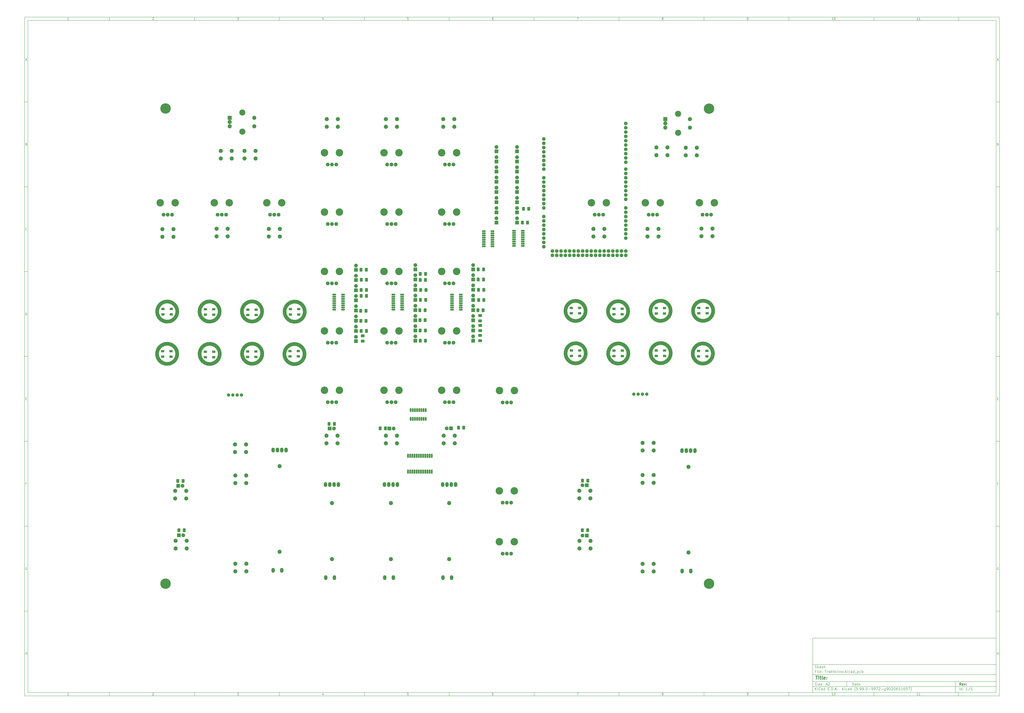
<source format=gbr>
%TF.GenerationSoftware,KiCad,Pcbnew,(5.99.0-9972-g9020611657)*%
%TF.CreationDate,2021-04-03T00:56:29+02:00*%
%TF.ProjectId,Traktorino,5472616b-746f-4726-996e-6f2e6b696361,rev?*%
%TF.SameCoordinates,Original*%
%TF.FileFunction,Soldermask,Top*%
%TF.FilePolarity,Negative*%
%FSLAX46Y46*%
G04 Gerber Fmt 4.6, Leading zero omitted, Abs format (unit mm)*
G04 Created by KiCad (PCBNEW (5.99.0-9972-g9020611657)) date 2021-04-03 00:56:29*
%MOMM*%
%LPD*%
G01*
G04 APERTURE LIST*
G04 Aperture macros list*
%AMRoundRect*
0 Rectangle with rounded corners*
0 $1 Rounding radius*
0 $2 $3 $4 $5 $6 $7 $8 $9 X,Y pos of 4 corners*
0 Add a 4 corners polygon primitive as box body*
4,1,4,$2,$3,$4,$5,$6,$7,$8,$9,$2,$3,0*
0 Add four circle primitives for the rounded corners*
1,1,$1+$1,$2,$3*
1,1,$1+$1,$4,$5*
1,1,$1+$1,$6,$7*
1,1,$1+$1,$8,$9*
0 Add four rect primitives between the rounded corners*
20,1,$1+$1,$2,$3,$4,$5,0*
20,1,$1+$1,$4,$5,$6,$7,0*
20,1,$1+$1,$6,$7,$8,$9,0*
20,1,$1+$1,$8,$9,$2,$3,0*%
G04 Aperture macros list end*
%ADD10C,0.100000*%
%ADD11C,0.150000*%
%ADD12C,0.300000*%
%ADD13C,0.400000*%
%ADD14C,2.200000*%
%ADD15C,4.000000*%
%ADD16C,6.100000*%
%ADD17RoundRect,0.200000X0.900000X-0.900000X0.900000X0.900000X-0.900000X0.900000X-0.900000X-0.900000X0*%
%ADD18C,2.200000*%
%ADD19C,2.400000*%
%ADD20C,4.400000*%
%ADD21O,2.000000X2.800000*%
%ADD22O,2.000000X2.862000*%
%ADD23RoundRect,0.326923X0.748077X-0.523077X0.748077X0.523077X-0.748077X0.523077X-0.748077X-0.523077X0*%
%ADD24RoundRect,0.200000X-0.900000X-0.900000X0.900000X-0.900000X0.900000X0.900000X-0.900000X0.900000X0*%
%ADD25RoundRect,0.200000X-1.000000X-1.000000X1.000000X-1.000000X1.000000X1.000000X-1.000000X1.000000X0*%
%ADD26C,3.600000*%
%ADD27RoundRect,0.250000X0.250000X-0.825000X0.250000X0.825000X-0.250000X0.825000X-0.250000X-0.825000X0*%
%ADD28RoundRect,0.326923X-0.523077X-0.748077X0.523077X-0.748077X0.523077X0.748077X-0.523077X0.748077X0*%
%ADD29RoundRect,0.200000X-0.750000X-0.500000X0.750000X-0.500000X0.750000X0.500000X-0.750000X0.500000X0*%
%ADD30RoundRect,0.250000X-0.825000X-0.250000X0.825000X-0.250000X0.825000X0.250000X-0.825000X0.250000X0*%
%ADD31C,1.924000*%
%ADD32O,2.127200X2.127200*%
%ADD33RoundRect,0.326923X0.523077X0.748077X-0.523077X0.748077X-0.523077X-0.748077X0.523077X-0.748077X0*%
%ADD34RoundRect,0.250000X0.825000X0.250000X-0.825000X0.250000X-0.825000X-0.250000X0.825000X-0.250000X0*%
%ADD35RoundRect,0.200000X0.900000X0.900000X-0.900000X0.900000X-0.900000X-0.900000X0.900000X-0.900000X0*%
%ADD36RoundRect,0.250000X0.250000X-0.975000X0.250000X0.975000X-0.250000X0.975000X-0.250000X-0.975000X0*%
G04 APERTURE END LIST*
D10*
D11*
X474004400Y-375989000D02*
X474004400Y-407989000D01*
X582004400Y-407989000D01*
X582004400Y-375989000D01*
X474004400Y-375989000D01*
D10*
D11*
X10000000Y-10000000D02*
X10000000Y-409989000D01*
X584004400Y-409989000D01*
X584004400Y-10000000D01*
X10000000Y-10000000D01*
D10*
D11*
X12000000Y-12000000D02*
X12000000Y-407989000D01*
X582004400Y-407989000D01*
X582004400Y-12000000D01*
X12000000Y-12000000D01*
D10*
D11*
X60000000Y-12000000D02*
X60000000Y-10000000D01*
D10*
D11*
X110000000Y-12000000D02*
X110000000Y-10000000D01*
D10*
D11*
X160000000Y-12000000D02*
X160000000Y-10000000D01*
D10*
D11*
X210000000Y-12000000D02*
X210000000Y-10000000D01*
D10*
D11*
X260000000Y-12000000D02*
X260000000Y-10000000D01*
D10*
D11*
X310000000Y-12000000D02*
X310000000Y-10000000D01*
D10*
D11*
X360000000Y-12000000D02*
X360000000Y-10000000D01*
D10*
D11*
X410000000Y-12000000D02*
X410000000Y-10000000D01*
D10*
D11*
X460000000Y-12000000D02*
X460000000Y-10000000D01*
D10*
D11*
X510000000Y-12000000D02*
X510000000Y-10000000D01*
D10*
D11*
X560000000Y-12000000D02*
X560000000Y-10000000D01*
D10*
D11*
X36065476Y-11588095D02*
X35322619Y-11588095D01*
X35694047Y-11588095D02*
X35694047Y-10288095D01*
X35570238Y-10473809D01*
X35446428Y-10597619D01*
X35322619Y-10659523D01*
D10*
D11*
X85322619Y-10411904D02*
X85384523Y-10350000D01*
X85508333Y-10288095D01*
X85817857Y-10288095D01*
X85941666Y-10350000D01*
X86003571Y-10411904D01*
X86065476Y-10535714D01*
X86065476Y-10659523D01*
X86003571Y-10845238D01*
X85260714Y-11588095D01*
X86065476Y-11588095D01*
D10*
D11*
X135260714Y-10288095D02*
X136065476Y-10288095D01*
X135632142Y-10783333D01*
X135817857Y-10783333D01*
X135941666Y-10845238D01*
X136003571Y-10907142D01*
X136065476Y-11030952D01*
X136065476Y-11340476D01*
X136003571Y-11464285D01*
X135941666Y-11526190D01*
X135817857Y-11588095D01*
X135446428Y-11588095D01*
X135322619Y-11526190D01*
X135260714Y-11464285D01*
D10*
D11*
X185941666Y-10721428D02*
X185941666Y-11588095D01*
X185632142Y-10226190D02*
X185322619Y-11154761D01*
X186127380Y-11154761D01*
D10*
D11*
X236003571Y-10288095D02*
X235384523Y-10288095D01*
X235322619Y-10907142D01*
X235384523Y-10845238D01*
X235508333Y-10783333D01*
X235817857Y-10783333D01*
X235941666Y-10845238D01*
X236003571Y-10907142D01*
X236065476Y-11030952D01*
X236065476Y-11340476D01*
X236003571Y-11464285D01*
X235941666Y-11526190D01*
X235817857Y-11588095D01*
X235508333Y-11588095D01*
X235384523Y-11526190D01*
X235322619Y-11464285D01*
D10*
D11*
X285941666Y-10288095D02*
X285694047Y-10288095D01*
X285570238Y-10350000D01*
X285508333Y-10411904D01*
X285384523Y-10597619D01*
X285322619Y-10845238D01*
X285322619Y-11340476D01*
X285384523Y-11464285D01*
X285446428Y-11526190D01*
X285570238Y-11588095D01*
X285817857Y-11588095D01*
X285941666Y-11526190D01*
X286003571Y-11464285D01*
X286065476Y-11340476D01*
X286065476Y-11030952D01*
X286003571Y-10907142D01*
X285941666Y-10845238D01*
X285817857Y-10783333D01*
X285570238Y-10783333D01*
X285446428Y-10845238D01*
X285384523Y-10907142D01*
X285322619Y-11030952D01*
D10*
D11*
X335260714Y-10288095D02*
X336127380Y-10288095D01*
X335570238Y-11588095D01*
D10*
D11*
X385570238Y-10845238D02*
X385446428Y-10783333D01*
X385384523Y-10721428D01*
X385322619Y-10597619D01*
X385322619Y-10535714D01*
X385384523Y-10411904D01*
X385446428Y-10350000D01*
X385570238Y-10288095D01*
X385817857Y-10288095D01*
X385941666Y-10350000D01*
X386003571Y-10411904D01*
X386065476Y-10535714D01*
X386065476Y-10597619D01*
X386003571Y-10721428D01*
X385941666Y-10783333D01*
X385817857Y-10845238D01*
X385570238Y-10845238D01*
X385446428Y-10907142D01*
X385384523Y-10969047D01*
X385322619Y-11092857D01*
X385322619Y-11340476D01*
X385384523Y-11464285D01*
X385446428Y-11526190D01*
X385570238Y-11588095D01*
X385817857Y-11588095D01*
X385941666Y-11526190D01*
X386003571Y-11464285D01*
X386065476Y-11340476D01*
X386065476Y-11092857D01*
X386003571Y-10969047D01*
X385941666Y-10907142D01*
X385817857Y-10845238D01*
D10*
D11*
X435446428Y-11588095D02*
X435694047Y-11588095D01*
X435817857Y-11526190D01*
X435879761Y-11464285D01*
X436003571Y-11278571D01*
X436065476Y-11030952D01*
X436065476Y-10535714D01*
X436003571Y-10411904D01*
X435941666Y-10350000D01*
X435817857Y-10288095D01*
X435570238Y-10288095D01*
X435446428Y-10350000D01*
X435384523Y-10411904D01*
X435322619Y-10535714D01*
X435322619Y-10845238D01*
X435384523Y-10969047D01*
X435446428Y-11030952D01*
X435570238Y-11092857D01*
X435817857Y-11092857D01*
X435941666Y-11030952D01*
X436003571Y-10969047D01*
X436065476Y-10845238D01*
D10*
D11*
X486065476Y-11588095D02*
X485322619Y-11588095D01*
X485694047Y-11588095D02*
X485694047Y-10288095D01*
X485570238Y-10473809D01*
X485446428Y-10597619D01*
X485322619Y-10659523D01*
X486870238Y-10288095D02*
X486994047Y-10288095D01*
X487117857Y-10350000D01*
X487179761Y-10411904D01*
X487241666Y-10535714D01*
X487303571Y-10783333D01*
X487303571Y-11092857D01*
X487241666Y-11340476D01*
X487179761Y-11464285D01*
X487117857Y-11526190D01*
X486994047Y-11588095D01*
X486870238Y-11588095D01*
X486746428Y-11526190D01*
X486684523Y-11464285D01*
X486622619Y-11340476D01*
X486560714Y-11092857D01*
X486560714Y-10783333D01*
X486622619Y-10535714D01*
X486684523Y-10411904D01*
X486746428Y-10350000D01*
X486870238Y-10288095D01*
D10*
D11*
X536065476Y-11588095D02*
X535322619Y-11588095D01*
X535694047Y-11588095D02*
X535694047Y-10288095D01*
X535570238Y-10473809D01*
X535446428Y-10597619D01*
X535322619Y-10659523D01*
X537303571Y-11588095D02*
X536560714Y-11588095D01*
X536932142Y-11588095D02*
X536932142Y-10288095D01*
X536808333Y-10473809D01*
X536684523Y-10597619D01*
X536560714Y-10659523D01*
D10*
D11*
X60000000Y-407989000D02*
X60000000Y-409989000D01*
D10*
D11*
X110000000Y-407989000D02*
X110000000Y-409989000D01*
D10*
D11*
X160000000Y-407989000D02*
X160000000Y-409989000D01*
D10*
D11*
X210000000Y-407989000D02*
X210000000Y-409989000D01*
D10*
D11*
X260000000Y-407989000D02*
X260000000Y-409989000D01*
D10*
D11*
X310000000Y-407989000D02*
X310000000Y-409989000D01*
D10*
D11*
X360000000Y-407989000D02*
X360000000Y-409989000D01*
D10*
D11*
X410000000Y-407989000D02*
X410000000Y-409989000D01*
D10*
D11*
X460000000Y-407989000D02*
X460000000Y-409989000D01*
D10*
D11*
X510000000Y-407989000D02*
X510000000Y-409989000D01*
D10*
D11*
X560000000Y-407989000D02*
X560000000Y-409989000D01*
D10*
D11*
X36065476Y-409577095D02*
X35322619Y-409577095D01*
X35694047Y-409577095D02*
X35694047Y-408277095D01*
X35570238Y-408462809D01*
X35446428Y-408586619D01*
X35322619Y-408648523D01*
D10*
D11*
X85322619Y-408400904D02*
X85384523Y-408339000D01*
X85508333Y-408277095D01*
X85817857Y-408277095D01*
X85941666Y-408339000D01*
X86003571Y-408400904D01*
X86065476Y-408524714D01*
X86065476Y-408648523D01*
X86003571Y-408834238D01*
X85260714Y-409577095D01*
X86065476Y-409577095D01*
D10*
D11*
X135260714Y-408277095D02*
X136065476Y-408277095D01*
X135632142Y-408772333D01*
X135817857Y-408772333D01*
X135941666Y-408834238D01*
X136003571Y-408896142D01*
X136065476Y-409019952D01*
X136065476Y-409329476D01*
X136003571Y-409453285D01*
X135941666Y-409515190D01*
X135817857Y-409577095D01*
X135446428Y-409577095D01*
X135322619Y-409515190D01*
X135260714Y-409453285D01*
D10*
D11*
X185941666Y-408710428D02*
X185941666Y-409577095D01*
X185632142Y-408215190D02*
X185322619Y-409143761D01*
X186127380Y-409143761D01*
D10*
D11*
X236003571Y-408277095D02*
X235384523Y-408277095D01*
X235322619Y-408896142D01*
X235384523Y-408834238D01*
X235508333Y-408772333D01*
X235817857Y-408772333D01*
X235941666Y-408834238D01*
X236003571Y-408896142D01*
X236065476Y-409019952D01*
X236065476Y-409329476D01*
X236003571Y-409453285D01*
X235941666Y-409515190D01*
X235817857Y-409577095D01*
X235508333Y-409577095D01*
X235384523Y-409515190D01*
X235322619Y-409453285D01*
D10*
D11*
X285941666Y-408277095D02*
X285694047Y-408277095D01*
X285570238Y-408339000D01*
X285508333Y-408400904D01*
X285384523Y-408586619D01*
X285322619Y-408834238D01*
X285322619Y-409329476D01*
X285384523Y-409453285D01*
X285446428Y-409515190D01*
X285570238Y-409577095D01*
X285817857Y-409577095D01*
X285941666Y-409515190D01*
X286003571Y-409453285D01*
X286065476Y-409329476D01*
X286065476Y-409019952D01*
X286003571Y-408896142D01*
X285941666Y-408834238D01*
X285817857Y-408772333D01*
X285570238Y-408772333D01*
X285446428Y-408834238D01*
X285384523Y-408896142D01*
X285322619Y-409019952D01*
D10*
D11*
X335260714Y-408277095D02*
X336127380Y-408277095D01*
X335570238Y-409577095D01*
D10*
D11*
X385570238Y-408834238D02*
X385446428Y-408772333D01*
X385384523Y-408710428D01*
X385322619Y-408586619D01*
X385322619Y-408524714D01*
X385384523Y-408400904D01*
X385446428Y-408339000D01*
X385570238Y-408277095D01*
X385817857Y-408277095D01*
X385941666Y-408339000D01*
X386003571Y-408400904D01*
X386065476Y-408524714D01*
X386065476Y-408586619D01*
X386003571Y-408710428D01*
X385941666Y-408772333D01*
X385817857Y-408834238D01*
X385570238Y-408834238D01*
X385446428Y-408896142D01*
X385384523Y-408958047D01*
X385322619Y-409081857D01*
X385322619Y-409329476D01*
X385384523Y-409453285D01*
X385446428Y-409515190D01*
X385570238Y-409577095D01*
X385817857Y-409577095D01*
X385941666Y-409515190D01*
X386003571Y-409453285D01*
X386065476Y-409329476D01*
X386065476Y-409081857D01*
X386003571Y-408958047D01*
X385941666Y-408896142D01*
X385817857Y-408834238D01*
D10*
D11*
X435446428Y-409577095D02*
X435694047Y-409577095D01*
X435817857Y-409515190D01*
X435879761Y-409453285D01*
X436003571Y-409267571D01*
X436065476Y-409019952D01*
X436065476Y-408524714D01*
X436003571Y-408400904D01*
X435941666Y-408339000D01*
X435817857Y-408277095D01*
X435570238Y-408277095D01*
X435446428Y-408339000D01*
X435384523Y-408400904D01*
X435322619Y-408524714D01*
X435322619Y-408834238D01*
X435384523Y-408958047D01*
X435446428Y-409019952D01*
X435570238Y-409081857D01*
X435817857Y-409081857D01*
X435941666Y-409019952D01*
X436003571Y-408958047D01*
X436065476Y-408834238D01*
D10*
D11*
X486065476Y-409577095D02*
X485322619Y-409577095D01*
X485694047Y-409577095D02*
X485694047Y-408277095D01*
X485570238Y-408462809D01*
X485446428Y-408586619D01*
X485322619Y-408648523D01*
X486870238Y-408277095D02*
X486994047Y-408277095D01*
X487117857Y-408339000D01*
X487179761Y-408400904D01*
X487241666Y-408524714D01*
X487303571Y-408772333D01*
X487303571Y-409081857D01*
X487241666Y-409329476D01*
X487179761Y-409453285D01*
X487117857Y-409515190D01*
X486994047Y-409577095D01*
X486870238Y-409577095D01*
X486746428Y-409515190D01*
X486684523Y-409453285D01*
X486622619Y-409329476D01*
X486560714Y-409081857D01*
X486560714Y-408772333D01*
X486622619Y-408524714D01*
X486684523Y-408400904D01*
X486746428Y-408339000D01*
X486870238Y-408277095D01*
D10*
D11*
X536065476Y-409577095D02*
X535322619Y-409577095D01*
X535694047Y-409577095D02*
X535694047Y-408277095D01*
X535570238Y-408462809D01*
X535446428Y-408586619D01*
X535322619Y-408648523D01*
X537303571Y-409577095D02*
X536560714Y-409577095D01*
X536932142Y-409577095D02*
X536932142Y-408277095D01*
X536808333Y-408462809D01*
X536684523Y-408586619D01*
X536560714Y-408648523D01*
D10*
D11*
X10000000Y-60000000D02*
X12000000Y-60000000D01*
D10*
D11*
X10000000Y-110000000D02*
X12000000Y-110000000D01*
D10*
D11*
X10000000Y-160000000D02*
X12000000Y-160000000D01*
D10*
D11*
X10000000Y-210000000D02*
X12000000Y-210000000D01*
D10*
D11*
X10000000Y-260000000D02*
X12000000Y-260000000D01*
D10*
D11*
X10000000Y-310000000D02*
X12000000Y-310000000D01*
D10*
D11*
X10000000Y-360000000D02*
X12000000Y-360000000D01*
D10*
D11*
X10690476Y-35216666D02*
X11309523Y-35216666D01*
X10566666Y-35588095D02*
X11000000Y-34288095D01*
X11433333Y-35588095D01*
D10*
D11*
X11092857Y-84907142D02*
X11278571Y-84969047D01*
X11340476Y-85030952D01*
X11402380Y-85154761D01*
X11402380Y-85340476D01*
X11340476Y-85464285D01*
X11278571Y-85526190D01*
X11154761Y-85588095D01*
X10659523Y-85588095D01*
X10659523Y-84288095D01*
X11092857Y-84288095D01*
X11216666Y-84350000D01*
X11278571Y-84411904D01*
X11340476Y-84535714D01*
X11340476Y-84659523D01*
X11278571Y-84783333D01*
X11216666Y-84845238D01*
X11092857Y-84907142D01*
X10659523Y-84907142D01*
D10*
D11*
X11402380Y-135464285D02*
X11340476Y-135526190D01*
X11154761Y-135588095D01*
X11030952Y-135588095D01*
X10845238Y-135526190D01*
X10721428Y-135402380D01*
X10659523Y-135278571D01*
X10597619Y-135030952D01*
X10597619Y-134845238D01*
X10659523Y-134597619D01*
X10721428Y-134473809D01*
X10845238Y-134350000D01*
X11030952Y-134288095D01*
X11154761Y-134288095D01*
X11340476Y-134350000D01*
X11402380Y-134411904D01*
D10*
D11*
X10659523Y-185588095D02*
X10659523Y-184288095D01*
X10969047Y-184288095D01*
X11154761Y-184350000D01*
X11278571Y-184473809D01*
X11340476Y-184597619D01*
X11402380Y-184845238D01*
X11402380Y-185030952D01*
X11340476Y-185278571D01*
X11278571Y-185402380D01*
X11154761Y-185526190D01*
X10969047Y-185588095D01*
X10659523Y-185588095D01*
D10*
D11*
X10721428Y-234907142D02*
X11154761Y-234907142D01*
X11340476Y-235588095D02*
X10721428Y-235588095D01*
X10721428Y-234288095D01*
X11340476Y-234288095D01*
D10*
D11*
X11185714Y-284907142D02*
X10752380Y-284907142D01*
X10752380Y-285588095D02*
X10752380Y-284288095D01*
X11371428Y-284288095D01*
D10*
D11*
X11340476Y-334350000D02*
X11216666Y-334288095D01*
X11030952Y-334288095D01*
X10845238Y-334350000D01*
X10721428Y-334473809D01*
X10659523Y-334597619D01*
X10597619Y-334845238D01*
X10597619Y-335030952D01*
X10659523Y-335278571D01*
X10721428Y-335402380D01*
X10845238Y-335526190D01*
X11030952Y-335588095D01*
X11154761Y-335588095D01*
X11340476Y-335526190D01*
X11402380Y-335464285D01*
X11402380Y-335030952D01*
X11154761Y-335030952D01*
D10*
D11*
X10628571Y-385588095D02*
X10628571Y-384288095D01*
X10628571Y-384907142D02*
X11371428Y-384907142D01*
X11371428Y-385588095D02*
X11371428Y-384288095D01*
D10*
D11*
X584004400Y-60000000D02*
X582004400Y-60000000D01*
D10*
D11*
X584004400Y-110000000D02*
X582004400Y-110000000D01*
D10*
D11*
X584004400Y-160000000D02*
X582004400Y-160000000D01*
D10*
D11*
X584004400Y-210000000D02*
X582004400Y-210000000D01*
D10*
D11*
X584004400Y-260000000D02*
X582004400Y-260000000D01*
D10*
D11*
X584004400Y-310000000D02*
X582004400Y-310000000D01*
D10*
D11*
X584004400Y-360000000D02*
X582004400Y-360000000D01*
D10*
D11*
X582694876Y-35216666D02*
X583313923Y-35216666D01*
X582571066Y-35588095D02*
X583004400Y-34288095D01*
X583437733Y-35588095D01*
D10*
D11*
X583097257Y-84907142D02*
X583282971Y-84969047D01*
X583344876Y-85030952D01*
X583406780Y-85154761D01*
X583406780Y-85340476D01*
X583344876Y-85464285D01*
X583282971Y-85526190D01*
X583159161Y-85588095D01*
X582663923Y-85588095D01*
X582663923Y-84288095D01*
X583097257Y-84288095D01*
X583221066Y-84350000D01*
X583282971Y-84411904D01*
X583344876Y-84535714D01*
X583344876Y-84659523D01*
X583282971Y-84783333D01*
X583221066Y-84845238D01*
X583097257Y-84907142D01*
X582663923Y-84907142D01*
D10*
D11*
X583406780Y-135464285D02*
X583344876Y-135526190D01*
X583159161Y-135588095D01*
X583035352Y-135588095D01*
X582849638Y-135526190D01*
X582725828Y-135402380D01*
X582663923Y-135278571D01*
X582602019Y-135030952D01*
X582602019Y-134845238D01*
X582663923Y-134597619D01*
X582725828Y-134473809D01*
X582849638Y-134350000D01*
X583035352Y-134288095D01*
X583159161Y-134288095D01*
X583344876Y-134350000D01*
X583406780Y-134411904D01*
D10*
D11*
X582663923Y-185588095D02*
X582663923Y-184288095D01*
X582973447Y-184288095D01*
X583159161Y-184350000D01*
X583282971Y-184473809D01*
X583344876Y-184597619D01*
X583406780Y-184845238D01*
X583406780Y-185030952D01*
X583344876Y-185278571D01*
X583282971Y-185402380D01*
X583159161Y-185526190D01*
X582973447Y-185588095D01*
X582663923Y-185588095D01*
D10*
D11*
X582725828Y-234907142D02*
X583159161Y-234907142D01*
X583344876Y-235588095D02*
X582725828Y-235588095D01*
X582725828Y-234288095D01*
X583344876Y-234288095D01*
D10*
D11*
X583190114Y-284907142D02*
X582756780Y-284907142D01*
X582756780Y-285588095D02*
X582756780Y-284288095D01*
X583375828Y-284288095D01*
D10*
D11*
X583344876Y-334350000D02*
X583221066Y-334288095D01*
X583035352Y-334288095D01*
X582849638Y-334350000D01*
X582725828Y-334473809D01*
X582663923Y-334597619D01*
X582602019Y-334845238D01*
X582602019Y-335030952D01*
X582663923Y-335278571D01*
X582725828Y-335402380D01*
X582849638Y-335526190D01*
X583035352Y-335588095D01*
X583159161Y-335588095D01*
X583344876Y-335526190D01*
X583406780Y-335464285D01*
X583406780Y-335030952D01*
X583159161Y-335030952D01*
D10*
D11*
X582632971Y-385588095D02*
X582632971Y-384288095D01*
X582632971Y-384907142D02*
X583375828Y-384907142D01*
X583375828Y-385588095D02*
X583375828Y-384288095D01*
D10*
D11*
X497436542Y-403767571D02*
X497436542Y-402267571D01*
X497793685Y-402267571D01*
X498007971Y-402339000D01*
X498150828Y-402481857D01*
X498222257Y-402624714D01*
X498293685Y-402910428D01*
X498293685Y-403124714D01*
X498222257Y-403410428D01*
X498150828Y-403553285D01*
X498007971Y-403696142D01*
X497793685Y-403767571D01*
X497436542Y-403767571D01*
X499579400Y-403767571D02*
X499579400Y-402981857D01*
X499507971Y-402839000D01*
X499365114Y-402767571D01*
X499079400Y-402767571D01*
X498936542Y-402839000D01*
X499579400Y-403696142D02*
X499436542Y-403767571D01*
X499079400Y-403767571D01*
X498936542Y-403696142D01*
X498865114Y-403553285D01*
X498865114Y-403410428D01*
X498936542Y-403267571D01*
X499079400Y-403196142D01*
X499436542Y-403196142D01*
X499579400Y-403124714D01*
X500079400Y-402767571D02*
X500650828Y-402767571D01*
X500293685Y-402267571D02*
X500293685Y-403553285D01*
X500365114Y-403696142D01*
X500507971Y-403767571D01*
X500650828Y-403767571D01*
X501722257Y-403696142D02*
X501579400Y-403767571D01*
X501293685Y-403767571D01*
X501150828Y-403696142D01*
X501079400Y-403553285D01*
X501079400Y-402981857D01*
X501150828Y-402839000D01*
X501293685Y-402767571D01*
X501579400Y-402767571D01*
X501722257Y-402839000D01*
X501793685Y-402981857D01*
X501793685Y-403124714D01*
X501079400Y-403267571D01*
X502436542Y-403624714D02*
X502507971Y-403696142D01*
X502436542Y-403767571D01*
X502365114Y-403696142D01*
X502436542Y-403624714D01*
X502436542Y-403767571D01*
X502436542Y-402839000D02*
X502507971Y-402910428D01*
X502436542Y-402981857D01*
X502365114Y-402910428D01*
X502436542Y-402839000D01*
X502436542Y-402981857D01*
D10*
D11*
X474004400Y-404489000D02*
X582004400Y-404489000D01*
D10*
D11*
X475436542Y-406567571D02*
X475436542Y-405067571D01*
X476293685Y-406567571D02*
X475650828Y-405710428D01*
X476293685Y-405067571D02*
X475436542Y-405924714D01*
X476936542Y-406567571D02*
X476936542Y-405567571D01*
X476936542Y-405067571D02*
X476865114Y-405139000D01*
X476936542Y-405210428D01*
X477007971Y-405139000D01*
X476936542Y-405067571D01*
X476936542Y-405210428D01*
X478507971Y-406424714D02*
X478436542Y-406496142D01*
X478222257Y-406567571D01*
X478079400Y-406567571D01*
X477865114Y-406496142D01*
X477722257Y-406353285D01*
X477650828Y-406210428D01*
X477579400Y-405924714D01*
X477579400Y-405710428D01*
X477650828Y-405424714D01*
X477722257Y-405281857D01*
X477865114Y-405139000D01*
X478079400Y-405067571D01*
X478222257Y-405067571D01*
X478436542Y-405139000D01*
X478507971Y-405210428D01*
X479793685Y-406567571D02*
X479793685Y-405781857D01*
X479722257Y-405639000D01*
X479579400Y-405567571D01*
X479293685Y-405567571D01*
X479150828Y-405639000D01*
X479793685Y-406496142D02*
X479650828Y-406567571D01*
X479293685Y-406567571D01*
X479150828Y-406496142D01*
X479079400Y-406353285D01*
X479079400Y-406210428D01*
X479150828Y-406067571D01*
X479293685Y-405996142D01*
X479650828Y-405996142D01*
X479793685Y-405924714D01*
X481150828Y-406567571D02*
X481150828Y-405067571D01*
X481150828Y-406496142D02*
X481007971Y-406567571D01*
X480722257Y-406567571D01*
X480579400Y-406496142D01*
X480507971Y-406424714D01*
X480436542Y-406281857D01*
X480436542Y-405853285D01*
X480507971Y-405710428D01*
X480579400Y-405639000D01*
X480722257Y-405567571D01*
X481007971Y-405567571D01*
X481150828Y-405639000D01*
X483007971Y-405781857D02*
X483507971Y-405781857D01*
X483722257Y-406567571D02*
X483007971Y-406567571D01*
X483007971Y-405067571D01*
X483722257Y-405067571D01*
X484365114Y-406424714D02*
X484436542Y-406496142D01*
X484365114Y-406567571D01*
X484293685Y-406496142D01*
X484365114Y-406424714D01*
X484365114Y-406567571D01*
X485079400Y-406567571D02*
X485079400Y-405067571D01*
X485436542Y-405067571D01*
X485650828Y-405139000D01*
X485793685Y-405281857D01*
X485865114Y-405424714D01*
X485936542Y-405710428D01*
X485936542Y-405924714D01*
X485865114Y-406210428D01*
X485793685Y-406353285D01*
X485650828Y-406496142D01*
X485436542Y-406567571D01*
X485079400Y-406567571D01*
X486579400Y-406424714D02*
X486650828Y-406496142D01*
X486579400Y-406567571D01*
X486507971Y-406496142D01*
X486579400Y-406424714D01*
X486579400Y-406567571D01*
X487222257Y-406139000D02*
X487936542Y-406139000D01*
X487079400Y-406567571D02*
X487579400Y-405067571D01*
X488079400Y-406567571D01*
X488579400Y-406424714D02*
X488650828Y-406496142D01*
X488579400Y-406567571D01*
X488507971Y-406496142D01*
X488579400Y-406424714D01*
X488579400Y-406567571D01*
X491579400Y-406567571D02*
X491579400Y-405067571D01*
X491722257Y-405996142D02*
X492150828Y-406567571D01*
X492150828Y-405567571D02*
X491579400Y-406139000D01*
X492793685Y-406567571D02*
X492793685Y-405567571D01*
X492793685Y-405067571D02*
X492722257Y-405139000D01*
X492793685Y-405210428D01*
X492865114Y-405139000D01*
X492793685Y-405067571D01*
X492793685Y-405210428D01*
X494150828Y-406496142D02*
X494007971Y-406567571D01*
X493722257Y-406567571D01*
X493579400Y-406496142D01*
X493507971Y-406424714D01*
X493436542Y-406281857D01*
X493436542Y-405853285D01*
X493507971Y-405710428D01*
X493579400Y-405639000D01*
X493722257Y-405567571D01*
X494007971Y-405567571D01*
X494150828Y-405639000D01*
X495436542Y-406567571D02*
X495436542Y-405781857D01*
X495365114Y-405639000D01*
X495222257Y-405567571D01*
X494936542Y-405567571D01*
X494793685Y-405639000D01*
X495436542Y-406496142D02*
X495293685Y-406567571D01*
X494936542Y-406567571D01*
X494793685Y-406496142D01*
X494722257Y-406353285D01*
X494722257Y-406210428D01*
X494793685Y-406067571D01*
X494936542Y-405996142D01*
X495293685Y-405996142D01*
X495436542Y-405924714D01*
X496793685Y-406567571D02*
X496793685Y-405067571D01*
X496793685Y-406496142D02*
X496650828Y-406567571D01*
X496365114Y-406567571D01*
X496222257Y-406496142D01*
X496150828Y-406424714D01*
X496079400Y-406281857D01*
X496079400Y-405853285D01*
X496150828Y-405710428D01*
X496222257Y-405639000D01*
X496365114Y-405567571D01*
X496650828Y-405567571D01*
X496793685Y-405639000D01*
X499079400Y-407139000D02*
X499007971Y-407067571D01*
X498865114Y-406853285D01*
X498793685Y-406710428D01*
X498722257Y-406496142D01*
X498650828Y-406139000D01*
X498650828Y-405853285D01*
X498722257Y-405496142D01*
X498793685Y-405281857D01*
X498865114Y-405139000D01*
X499007971Y-404924714D01*
X499079400Y-404853285D01*
X500365114Y-405067571D02*
X499650828Y-405067571D01*
X499579400Y-405781857D01*
X499650828Y-405710428D01*
X499793685Y-405639000D01*
X500150828Y-405639000D01*
X500293685Y-405710428D01*
X500365114Y-405781857D01*
X500436542Y-405924714D01*
X500436542Y-406281857D01*
X500365114Y-406424714D01*
X500293685Y-406496142D01*
X500150828Y-406567571D01*
X499793685Y-406567571D01*
X499650828Y-406496142D01*
X499579400Y-406424714D01*
X501079400Y-406424714D02*
X501150828Y-406496142D01*
X501079400Y-406567571D01*
X501007971Y-406496142D01*
X501079400Y-406424714D01*
X501079400Y-406567571D01*
X501865114Y-406567571D02*
X502150828Y-406567571D01*
X502293685Y-406496142D01*
X502365114Y-406424714D01*
X502507971Y-406210428D01*
X502579400Y-405924714D01*
X502579400Y-405353285D01*
X502507971Y-405210428D01*
X502436542Y-405139000D01*
X502293685Y-405067571D01*
X502007971Y-405067571D01*
X501865114Y-405139000D01*
X501793685Y-405210428D01*
X501722257Y-405353285D01*
X501722257Y-405710428D01*
X501793685Y-405853285D01*
X501865114Y-405924714D01*
X502007971Y-405996142D01*
X502293685Y-405996142D01*
X502436542Y-405924714D01*
X502507971Y-405853285D01*
X502579400Y-405710428D01*
X503293685Y-406567571D02*
X503579400Y-406567571D01*
X503722257Y-406496142D01*
X503793685Y-406424714D01*
X503936542Y-406210428D01*
X504007971Y-405924714D01*
X504007971Y-405353285D01*
X503936542Y-405210428D01*
X503865114Y-405139000D01*
X503722257Y-405067571D01*
X503436542Y-405067571D01*
X503293685Y-405139000D01*
X503222257Y-405210428D01*
X503150828Y-405353285D01*
X503150828Y-405710428D01*
X503222257Y-405853285D01*
X503293685Y-405924714D01*
X503436542Y-405996142D01*
X503722257Y-405996142D01*
X503865114Y-405924714D01*
X503936542Y-405853285D01*
X504007971Y-405710428D01*
X504650828Y-406424714D02*
X504722257Y-406496142D01*
X504650828Y-406567571D01*
X504579400Y-406496142D01*
X504650828Y-406424714D01*
X504650828Y-406567571D01*
X505650828Y-405067571D02*
X505793685Y-405067571D01*
X505936542Y-405139000D01*
X506007971Y-405210428D01*
X506079400Y-405353285D01*
X506150828Y-405639000D01*
X506150828Y-405996142D01*
X506079400Y-406281857D01*
X506007971Y-406424714D01*
X505936542Y-406496142D01*
X505793685Y-406567571D01*
X505650828Y-406567571D01*
X505507971Y-406496142D01*
X505436542Y-406424714D01*
X505365114Y-406281857D01*
X505293685Y-405996142D01*
X505293685Y-405639000D01*
X505365114Y-405353285D01*
X505436542Y-405210428D01*
X505507971Y-405139000D01*
X505650828Y-405067571D01*
X506793685Y-405996142D02*
X507936542Y-405996142D01*
X508722257Y-406567571D02*
X509007971Y-406567571D01*
X509150828Y-406496142D01*
X509222257Y-406424714D01*
X509365114Y-406210428D01*
X509436542Y-405924714D01*
X509436542Y-405353285D01*
X509365114Y-405210428D01*
X509293685Y-405139000D01*
X509150828Y-405067571D01*
X508865114Y-405067571D01*
X508722257Y-405139000D01*
X508650828Y-405210428D01*
X508579400Y-405353285D01*
X508579400Y-405710428D01*
X508650828Y-405853285D01*
X508722257Y-405924714D01*
X508865114Y-405996142D01*
X509150828Y-405996142D01*
X509293685Y-405924714D01*
X509365114Y-405853285D01*
X509436542Y-405710428D01*
X510150828Y-406567571D02*
X510436542Y-406567571D01*
X510579400Y-406496142D01*
X510650828Y-406424714D01*
X510793685Y-406210428D01*
X510865114Y-405924714D01*
X510865114Y-405353285D01*
X510793685Y-405210428D01*
X510722257Y-405139000D01*
X510579400Y-405067571D01*
X510293685Y-405067571D01*
X510150828Y-405139000D01*
X510079400Y-405210428D01*
X510007971Y-405353285D01*
X510007971Y-405710428D01*
X510079400Y-405853285D01*
X510150828Y-405924714D01*
X510293685Y-405996142D01*
X510579400Y-405996142D01*
X510722257Y-405924714D01*
X510793685Y-405853285D01*
X510865114Y-405710428D01*
X511365114Y-405067571D02*
X512365114Y-405067571D01*
X511722257Y-406567571D01*
X512865114Y-405210428D02*
X512936542Y-405139000D01*
X513079400Y-405067571D01*
X513436542Y-405067571D01*
X513579400Y-405139000D01*
X513650828Y-405210428D01*
X513722257Y-405353285D01*
X513722257Y-405496142D01*
X513650828Y-405710428D01*
X512793685Y-406567571D01*
X513722257Y-406567571D01*
X514365114Y-405996142D02*
X515507971Y-405996142D01*
X516865114Y-405567571D02*
X516865114Y-406781857D01*
X516793685Y-406924714D01*
X516722257Y-406996142D01*
X516579400Y-407067571D01*
X516365114Y-407067571D01*
X516222257Y-406996142D01*
X516865114Y-406496142D02*
X516722257Y-406567571D01*
X516436542Y-406567571D01*
X516293685Y-406496142D01*
X516222257Y-406424714D01*
X516150828Y-406281857D01*
X516150828Y-405853285D01*
X516222257Y-405710428D01*
X516293685Y-405639000D01*
X516436542Y-405567571D01*
X516722257Y-405567571D01*
X516865114Y-405639000D01*
X517650828Y-406567571D02*
X517936542Y-406567571D01*
X518079400Y-406496142D01*
X518150828Y-406424714D01*
X518293685Y-406210428D01*
X518365114Y-405924714D01*
X518365114Y-405353285D01*
X518293685Y-405210428D01*
X518222257Y-405139000D01*
X518079400Y-405067571D01*
X517793685Y-405067571D01*
X517650828Y-405139000D01*
X517579400Y-405210428D01*
X517507971Y-405353285D01*
X517507971Y-405710428D01*
X517579400Y-405853285D01*
X517650828Y-405924714D01*
X517793685Y-405996142D01*
X518079400Y-405996142D01*
X518222257Y-405924714D01*
X518293685Y-405853285D01*
X518365114Y-405710428D01*
X519293685Y-405067571D02*
X519436542Y-405067571D01*
X519579400Y-405139000D01*
X519650828Y-405210428D01*
X519722257Y-405353285D01*
X519793685Y-405639000D01*
X519793685Y-405996142D01*
X519722257Y-406281857D01*
X519650828Y-406424714D01*
X519579400Y-406496142D01*
X519436542Y-406567571D01*
X519293685Y-406567571D01*
X519150828Y-406496142D01*
X519079400Y-406424714D01*
X519007971Y-406281857D01*
X518936542Y-405996142D01*
X518936542Y-405639000D01*
X519007971Y-405353285D01*
X519079400Y-405210428D01*
X519150828Y-405139000D01*
X519293685Y-405067571D01*
X520365114Y-405210428D02*
X520436542Y-405139000D01*
X520579400Y-405067571D01*
X520936542Y-405067571D01*
X521079400Y-405139000D01*
X521150828Y-405210428D01*
X521222257Y-405353285D01*
X521222257Y-405496142D01*
X521150828Y-405710428D01*
X520293685Y-406567571D01*
X521222257Y-406567571D01*
X522150828Y-405067571D02*
X522293685Y-405067571D01*
X522436542Y-405139000D01*
X522507971Y-405210428D01*
X522579400Y-405353285D01*
X522650828Y-405639000D01*
X522650828Y-405996142D01*
X522579400Y-406281857D01*
X522507971Y-406424714D01*
X522436542Y-406496142D01*
X522293685Y-406567571D01*
X522150828Y-406567571D01*
X522007971Y-406496142D01*
X521936542Y-406424714D01*
X521865114Y-406281857D01*
X521793685Y-405996142D01*
X521793685Y-405639000D01*
X521865114Y-405353285D01*
X521936542Y-405210428D01*
X522007971Y-405139000D01*
X522150828Y-405067571D01*
X523936542Y-405067571D02*
X523650828Y-405067571D01*
X523507971Y-405139000D01*
X523436542Y-405210428D01*
X523293685Y-405424714D01*
X523222257Y-405710428D01*
X523222257Y-406281857D01*
X523293685Y-406424714D01*
X523365114Y-406496142D01*
X523507971Y-406567571D01*
X523793685Y-406567571D01*
X523936542Y-406496142D01*
X524007971Y-406424714D01*
X524079400Y-406281857D01*
X524079400Y-405924714D01*
X524007971Y-405781857D01*
X523936542Y-405710428D01*
X523793685Y-405639000D01*
X523507971Y-405639000D01*
X523365114Y-405710428D01*
X523293685Y-405781857D01*
X523222257Y-405924714D01*
X525507971Y-406567571D02*
X524650828Y-406567571D01*
X525079400Y-406567571D02*
X525079400Y-405067571D01*
X524936542Y-405281857D01*
X524793685Y-405424714D01*
X524650828Y-405496142D01*
X526936542Y-406567571D02*
X526079400Y-406567571D01*
X526507971Y-406567571D02*
X526507971Y-405067571D01*
X526365114Y-405281857D01*
X526222257Y-405424714D01*
X526079400Y-405496142D01*
X528222257Y-405067571D02*
X527936542Y-405067571D01*
X527793685Y-405139000D01*
X527722257Y-405210428D01*
X527579400Y-405424714D01*
X527507971Y-405710428D01*
X527507971Y-406281857D01*
X527579400Y-406424714D01*
X527650828Y-406496142D01*
X527793685Y-406567571D01*
X528079400Y-406567571D01*
X528222257Y-406496142D01*
X528293685Y-406424714D01*
X528365114Y-406281857D01*
X528365114Y-405924714D01*
X528293685Y-405781857D01*
X528222257Y-405710428D01*
X528079400Y-405639000D01*
X527793685Y-405639000D01*
X527650828Y-405710428D01*
X527579400Y-405781857D01*
X527507971Y-405924714D01*
X529722257Y-405067571D02*
X529007971Y-405067571D01*
X528936542Y-405781857D01*
X529007971Y-405710428D01*
X529150828Y-405639000D01*
X529507971Y-405639000D01*
X529650828Y-405710428D01*
X529722257Y-405781857D01*
X529793685Y-405924714D01*
X529793685Y-406281857D01*
X529722257Y-406424714D01*
X529650828Y-406496142D01*
X529507971Y-406567571D01*
X529150828Y-406567571D01*
X529007971Y-406496142D01*
X528936542Y-406424714D01*
X530293685Y-405067571D02*
X531293685Y-405067571D01*
X530650828Y-406567571D01*
X531722257Y-407139000D02*
X531793685Y-407067571D01*
X531936542Y-406853285D01*
X532007971Y-406710428D01*
X532079399Y-406496142D01*
X532150828Y-406139000D01*
X532150828Y-405853285D01*
X532079399Y-405496142D01*
X532007971Y-405281857D01*
X531936542Y-405139000D01*
X531793685Y-404924714D01*
X531722257Y-404853285D01*
D10*
D11*
X474004400Y-401489000D02*
X582004400Y-401489000D01*
D10*
D12*
X561413685Y-403767571D02*
X560913685Y-403053285D01*
X560556542Y-403767571D02*
X560556542Y-402267571D01*
X561127971Y-402267571D01*
X561270828Y-402339000D01*
X561342257Y-402410428D01*
X561413685Y-402553285D01*
X561413685Y-402767571D01*
X561342257Y-402910428D01*
X561270828Y-402981857D01*
X561127971Y-403053285D01*
X560556542Y-403053285D01*
X562627971Y-403696142D02*
X562485114Y-403767571D01*
X562199400Y-403767571D01*
X562056542Y-403696142D01*
X561985114Y-403553285D01*
X561985114Y-402981857D01*
X562056542Y-402839000D01*
X562199400Y-402767571D01*
X562485114Y-402767571D01*
X562627971Y-402839000D01*
X562699400Y-402981857D01*
X562699400Y-403124714D01*
X561985114Y-403267571D01*
X563199400Y-402767571D02*
X563556542Y-403767571D01*
X563913685Y-402767571D01*
X564485114Y-403624714D02*
X564556542Y-403696142D01*
X564485114Y-403767571D01*
X564413685Y-403696142D01*
X564485114Y-403624714D01*
X564485114Y-403767571D01*
X564485114Y-402839000D02*
X564556542Y-402910428D01*
X564485114Y-402981857D01*
X564413685Y-402910428D01*
X564485114Y-402839000D01*
X564485114Y-402981857D01*
D10*
D11*
X475365114Y-403696142D02*
X475579400Y-403767571D01*
X475936542Y-403767571D01*
X476079400Y-403696142D01*
X476150828Y-403624714D01*
X476222257Y-403481857D01*
X476222257Y-403339000D01*
X476150828Y-403196142D01*
X476079400Y-403124714D01*
X475936542Y-403053285D01*
X475650828Y-402981857D01*
X475507971Y-402910428D01*
X475436542Y-402839000D01*
X475365114Y-402696142D01*
X475365114Y-402553285D01*
X475436542Y-402410428D01*
X475507971Y-402339000D01*
X475650828Y-402267571D01*
X476007971Y-402267571D01*
X476222257Y-402339000D01*
X476865114Y-403767571D02*
X476865114Y-402767571D01*
X476865114Y-402267571D02*
X476793685Y-402339000D01*
X476865114Y-402410428D01*
X476936542Y-402339000D01*
X476865114Y-402267571D01*
X476865114Y-402410428D01*
X477436542Y-402767571D02*
X478222257Y-402767571D01*
X477436542Y-403767571D01*
X478222257Y-403767571D01*
X479365114Y-403696142D02*
X479222257Y-403767571D01*
X478936542Y-403767571D01*
X478793685Y-403696142D01*
X478722257Y-403553285D01*
X478722257Y-402981857D01*
X478793685Y-402839000D01*
X478936542Y-402767571D01*
X479222257Y-402767571D01*
X479365114Y-402839000D01*
X479436542Y-402981857D01*
X479436542Y-403124714D01*
X478722257Y-403267571D01*
X480079400Y-403624714D02*
X480150828Y-403696142D01*
X480079400Y-403767571D01*
X480007971Y-403696142D01*
X480079400Y-403624714D01*
X480079400Y-403767571D01*
X480079400Y-402839000D02*
X480150828Y-402910428D01*
X480079400Y-402981857D01*
X480007971Y-402910428D01*
X480079400Y-402839000D01*
X480079400Y-402981857D01*
X481865114Y-403339000D02*
X482579400Y-403339000D01*
X481722257Y-403767571D02*
X482222257Y-402267571D01*
X482722257Y-403767571D01*
X483150828Y-402410428D02*
X483222257Y-402339000D01*
X483365114Y-402267571D01*
X483722257Y-402267571D01*
X483865114Y-402339000D01*
X483936542Y-402410428D01*
X484007971Y-402553285D01*
X484007971Y-402696142D01*
X483936542Y-402910428D01*
X483079400Y-403767571D01*
X484007971Y-403767571D01*
D10*
D11*
X560436542Y-406567571D02*
X560436542Y-405067571D01*
X561793685Y-406567571D02*
X561793685Y-405067571D01*
X561793685Y-406496142D02*
X561650828Y-406567571D01*
X561365114Y-406567571D01*
X561222257Y-406496142D01*
X561150828Y-406424714D01*
X561079400Y-406281857D01*
X561079400Y-405853285D01*
X561150828Y-405710428D01*
X561222257Y-405639000D01*
X561365114Y-405567571D01*
X561650828Y-405567571D01*
X561793685Y-405639000D01*
X562507971Y-406424714D02*
X562579400Y-406496142D01*
X562507971Y-406567571D01*
X562436542Y-406496142D01*
X562507971Y-406424714D01*
X562507971Y-406567571D01*
X562507971Y-405639000D02*
X562579400Y-405710428D01*
X562507971Y-405781857D01*
X562436542Y-405710428D01*
X562507971Y-405639000D01*
X562507971Y-405781857D01*
X565150828Y-406567571D02*
X564293685Y-406567571D01*
X564722257Y-406567571D02*
X564722257Y-405067571D01*
X564579400Y-405281857D01*
X564436542Y-405424714D01*
X564293685Y-405496142D01*
X566865114Y-404996142D02*
X565579400Y-406924714D01*
X568150828Y-406567571D02*
X567293685Y-406567571D01*
X567722257Y-406567571D02*
X567722257Y-405067571D01*
X567579400Y-405281857D01*
X567436542Y-405424714D01*
X567293685Y-405496142D01*
D10*
D11*
X474004400Y-397489000D02*
X582004400Y-397489000D01*
D10*
D13*
X475716780Y-398193761D02*
X476859638Y-398193761D01*
X476038209Y-400193761D02*
X476288209Y-398193761D01*
X477276304Y-400193761D02*
X477442971Y-398860428D01*
X477526304Y-398193761D02*
X477419161Y-398289000D01*
X477502495Y-398384238D01*
X477609638Y-398289000D01*
X477526304Y-398193761D01*
X477502495Y-398384238D01*
X478109638Y-398860428D02*
X478871542Y-398860428D01*
X478478685Y-398193761D02*
X478264400Y-399908047D01*
X478335828Y-400098523D01*
X478514400Y-400193761D01*
X478704876Y-400193761D01*
X479657257Y-400193761D02*
X479478685Y-400098523D01*
X479407257Y-399908047D01*
X479621542Y-398193761D01*
X481192971Y-400098523D02*
X480990590Y-400193761D01*
X480609638Y-400193761D01*
X480431066Y-400098523D01*
X480359638Y-399908047D01*
X480454876Y-399146142D01*
X480573923Y-398955666D01*
X480776304Y-398860428D01*
X481157257Y-398860428D01*
X481335828Y-398955666D01*
X481407257Y-399146142D01*
X481383447Y-399336619D01*
X480407257Y-399527095D01*
X482157257Y-400003285D02*
X482240590Y-400098523D01*
X482133447Y-400193761D01*
X482050114Y-400098523D01*
X482157257Y-400003285D01*
X482133447Y-400193761D01*
X482288209Y-398955666D02*
X482371542Y-399050904D01*
X482264400Y-399146142D01*
X482181066Y-399050904D01*
X482288209Y-398955666D01*
X482264400Y-399146142D01*
D10*
D11*
X475936542Y-395581857D02*
X475436542Y-395581857D01*
X475436542Y-396367571D02*
X475436542Y-394867571D01*
X476150828Y-394867571D01*
X476722257Y-396367571D02*
X476722257Y-395367571D01*
X476722257Y-394867571D02*
X476650828Y-394939000D01*
X476722257Y-395010428D01*
X476793685Y-394939000D01*
X476722257Y-394867571D01*
X476722257Y-395010428D01*
X477650828Y-396367571D02*
X477507971Y-396296142D01*
X477436542Y-396153285D01*
X477436542Y-394867571D01*
X478793685Y-396296142D02*
X478650828Y-396367571D01*
X478365114Y-396367571D01*
X478222257Y-396296142D01*
X478150828Y-396153285D01*
X478150828Y-395581857D01*
X478222257Y-395439000D01*
X478365114Y-395367571D01*
X478650828Y-395367571D01*
X478793685Y-395439000D01*
X478865114Y-395581857D01*
X478865114Y-395724714D01*
X478150828Y-395867571D01*
X479507971Y-396224714D02*
X479579400Y-396296142D01*
X479507971Y-396367571D01*
X479436542Y-396296142D01*
X479507971Y-396224714D01*
X479507971Y-396367571D01*
X479507971Y-395439000D02*
X479579400Y-395510428D01*
X479507971Y-395581857D01*
X479436542Y-395510428D01*
X479507971Y-395439000D01*
X479507971Y-395581857D01*
X481150828Y-394867571D02*
X482007971Y-394867571D01*
X481579400Y-396367571D02*
X481579400Y-394867571D01*
X482507971Y-396367571D02*
X482507971Y-395367571D01*
X482507971Y-395653285D02*
X482579400Y-395510428D01*
X482650828Y-395439000D01*
X482793685Y-395367571D01*
X482936542Y-395367571D01*
X484079400Y-396367571D02*
X484079400Y-395581857D01*
X484007971Y-395439000D01*
X483865114Y-395367571D01*
X483579400Y-395367571D01*
X483436542Y-395439000D01*
X484079400Y-396296142D02*
X483936542Y-396367571D01*
X483579400Y-396367571D01*
X483436542Y-396296142D01*
X483365114Y-396153285D01*
X483365114Y-396010428D01*
X483436542Y-395867571D01*
X483579400Y-395796142D01*
X483936542Y-395796142D01*
X484079400Y-395724714D01*
X484793685Y-396367571D02*
X484793685Y-394867571D01*
X484936542Y-395796142D02*
X485365114Y-396367571D01*
X485365114Y-395367571D02*
X484793685Y-395939000D01*
X485793685Y-395367571D02*
X486365114Y-395367571D01*
X486007971Y-394867571D02*
X486007971Y-396153285D01*
X486079400Y-396296142D01*
X486222257Y-396367571D01*
X486365114Y-396367571D01*
X487079400Y-396367571D02*
X486936542Y-396296142D01*
X486865114Y-396224714D01*
X486793685Y-396081857D01*
X486793685Y-395653285D01*
X486865114Y-395510428D01*
X486936542Y-395439000D01*
X487079400Y-395367571D01*
X487293685Y-395367571D01*
X487436542Y-395439000D01*
X487507971Y-395510428D01*
X487579400Y-395653285D01*
X487579400Y-396081857D01*
X487507971Y-396224714D01*
X487436542Y-396296142D01*
X487293685Y-396367571D01*
X487079400Y-396367571D01*
X488222257Y-396367571D02*
X488222257Y-395367571D01*
X488222257Y-395653285D02*
X488293685Y-395510428D01*
X488365114Y-395439000D01*
X488507971Y-395367571D01*
X488650828Y-395367571D01*
X489150828Y-396367571D02*
X489150828Y-395367571D01*
X489150828Y-394867571D02*
X489079400Y-394939000D01*
X489150828Y-395010428D01*
X489222257Y-394939000D01*
X489150828Y-394867571D01*
X489150828Y-395010428D01*
X489865114Y-395367571D02*
X489865114Y-396367571D01*
X489865114Y-395510428D02*
X489936542Y-395439000D01*
X490079400Y-395367571D01*
X490293685Y-395367571D01*
X490436542Y-395439000D01*
X490507971Y-395581857D01*
X490507971Y-396367571D01*
X491436542Y-396367571D02*
X491293685Y-396296142D01*
X491222257Y-396224714D01*
X491150828Y-396081857D01*
X491150828Y-395653285D01*
X491222257Y-395510428D01*
X491293685Y-395439000D01*
X491436542Y-395367571D01*
X491650828Y-395367571D01*
X491793685Y-395439000D01*
X491865114Y-395510428D01*
X491936542Y-395653285D01*
X491936542Y-396081857D01*
X491865114Y-396224714D01*
X491793685Y-396296142D01*
X491650828Y-396367571D01*
X491436542Y-396367571D01*
X492579400Y-396224714D02*
X492650828Y-396296142D01*
X492579400Y-396367571D01*
X492507971Y-396296142D01*
X492579400Y-396224714D01*
X492579400Y-396367571D01*
X493293685Y-396367571D02*
X493293685Y-394867571D01*
X493436542Y-395796142D02*
X493865114Y-396367571D01*
X493865114Y-395367571D02*
X493293685Y-395939000D01*
X494507971Y-396367571D02*
X494507971Y-395367571D01*
X494507971Y-394867571D02*
X494436542Y-394939000D01*
X494507971Y-395010428D01*
X494579400Y-394939000D01*
X494507971Y-394867571D01*
X494507971Y-395010428D01*
X495865114Y-396296142D02*
X495722257Y-396367571D01*
X495436542Y-396367571D01*
X495293685Y-396296142D01*
X495222257Y-396224714D01*
X495150828Y-396081857D01*
X495150828Y-395653285D01*
X495222257Y-395510428D01*
X495293685Y-395439000D01*
X495436542Y-395367571D01*
X495722257Y-395367571D01*
X495865114Y-395439000D01*
X497150828Y-396367571D02*
X497150828Y-395581857D01*
X497079400Y-395439000D01*
X496936542Y-395367571D01*
X496650828Y-395367571D01*
X496507971Y-395439000D01*
X497150828Y-396296142D02*
X497007971Y-396367571D01*
X496650828Y-396367571D01*
X496507971Y-396296142D01*
X496436542Y-396153285D01*
X496436542Y-396010428D01*
X496507971Y-395867571D01*
X496650828Y-395796142D01*
X497007971Y-395796142D01*
X497150828Y-395724714D01*
X498507971Y-396367571D02*
X498507971Y-394867571D01*
X498507971Y-396296142D02*
X498365114Y-396367571D01*
X498079400Y-396367571D01*
X497936542Y-396296142D01*
X497865114Y-396224714D01*
X497793685Y-396081857D01*
X497793685Y-395653285D01*
X497865114Y-395510428D01*
X497936542Y-395439000D01*
X498079400Y-395367571D01*
X498365114Y-395367571D01*
X498507971Y-395439000D01*
X498865114Y-396510428D02*
X500007971Y-396510428D01*
X500365114Y-395367571D02*
X500365114Y-396867571D01*
X500365114Y-395439000D02*
X500507971Y-395367571D01*
X500793685Y-395367571D01*
X500936542Y-395439000D01*
X501007971Y-395510428D01*
X501079400Y-395653285D01*
X501079400Y-396081857D01*
X501007971Y-396224714D01*
X500936542Y-396296142D01*
X500793685Y-396367571D01*
X500507971Y-396367571D01*
X500365114Y-396296142D01*
X502365114Y-396296142D02*
X502222257Y-396367571D01*
X501936542Y-396367571D01*
X501793685Y-396296142D01*
X501722257Y-396224714D01*
X501650828Y-396081857D01*
X501650828Y-395653285D01*
X501722257Y-395510428D01*
X501793685Y-395439000D01*
X501936542Y-395367571D01*
X502222257Y-395367571D01*
X502365114Y-395439000D01*
X503007971Y-396367571D02*
X503007971Y-394867571D01*
X503007971Y-395439000D02*
X503150828Y-395367571D01*
X503436542Y-395367571D01*
X503579400Y-395439000D01*
X503650828Y-395510428D01*
X503722257Y-395653285D01*
X503722257Y-396081857D01*
X503650828Y-396224714D01*
X503579400Y-396296142D01*
X503436542Y-396367571D01*
X503150828Y-396367571D01*
X503007971Y-396296142D01*
D10*
D11*
X474004400Y-391489000D02*
X582004400Y-391489000D01*
D10*
D11*
X475365114Y-393596142D02*
X475579400Y-393667571D01*
X475936542Y-393667571D01*
X476079400Y-393596142D01*
X476150828Y-393524714D01*
X476222257Y-393381857D01*
X476222257Y-393239000D01*
X476150828Y-393096142D01*
X476079400Y-393024714D01*
X475936542Y-392953285D01*
X475650828Y-392881857D01*
X475507971Y-392810428D01*
X475436542Y-392739000D01*
X475365114Y-392596142D01*
X475365114Y-392453285D01*
X475436542Y-392310428D01*
X475507971Y-392239000D01*
X475650828Y-392167571D01*
X476007971Y-392167571D01*
X476222257Y-392239000D01*
X476865114Y-393667571D02*
X476865114Y-392167571D01*
X477507971Y-393667571D02*
X477507971Y-392881857D01*
X477436542Y-392739000D01*
X477293685Y-392667571D01*
X477079400Y-392667571D01*
X476936542Y-392739000D01*
X476865114Y-392810428D01*
X478793685Y-393596142D02*
X478650828Y-393667571D01*
X478365114Y-393667571D01*
X478222257Y-393596142D01*
X478150828Y-393453285D01*
X478150828Y-392881857D01*
X478222257Y-392739000D01*
X478365114Y-392667571D01*
X478650828Y-392667571D01*
X478793685Y-392739000D01*
X478865114Y-392881857D01*
X478865114Y-393024714D01*
X478150828Y-393167571D01*
X480079400Y-393596142D02*
X479936542Y-393667571D01*
X479650828Y-393667571D01*
X479507971Y-393596142D01*
X479436542Y-393453285D01*
X479436542Y-392881857D01*
X479507971Y-392739000D01*
X479650828Y-392667571D01*
X479936542Y-392667571D01*
X480079400Y-392739000D01*
X480150828Y-392881857D01*
X480150828Y-393024714D01*
X479436542Y-393167571D01*
X480579400Y-392667571D02*
X481150828Y-392667571D01*
X480793685Y-392167571D02*
X480793685Y-393453285D01*
X480865114Y-393596142D01*
X481007971Y-393667571D01*
X481150828Y-393667571D01*
X481650828Y-393524714D02*
X481722257Y-393596142D01*
X481650828Y-393667571D01*
X481579400Y-393596142D01*
X481650828Y-393524714D01*
X481650828Y-393667571D01*
X481650828Y-392739000D02*
X481722257Y-392810428D01*
X481650828Y-392881857D01*
X481579400Y-392810428D01*
X481650828Y-392739000D01*
X481650828Y-392881857D01*
D10*
D12*
D10*
D11*
D10*
D11*
D10*
D11*
D10*
D11*
D10*
D11*
X494004400Y-401489000D02*
X494004400Y-404489000D01*
D10*
D11*
X558004400Y-401489000D02*
X558004400Y-407989000D01*
D14*
%TO.C,SW11*%
X390422750Y-208016200D02*
G75*
G03*
X390422750Y-208016200I-5939697J0D01*
G01*
%TO.C,SW7*%
X149863897Y-183478800D02*
G75*
G03*
X149863897Y-183478800I-5939697J0D01*
G01*
%TO.C,SW1*%
X99903897Y-208438800D02*
G75*
G03*
X99903897Y-208438800I-5939697J0D01*
G01*
%TO.C,SW2*%
X124943897Y-208478800D02*
G75*
G03*
X124943897Y-208478800I-5939697J0D01*
G01*
%TO.C,SW10*%
X365479950Y-208241600D02*
G75*
G03*
X365479950Y-208241600I-5939697J0D01*
G01*
%TO.C,SW12*%
X415263950Y-208265600D02*
G75*
G03*
X415263950Y-208265600I-5939697J0D01*
G01*
%TO.C,SW8*%
X174983897Y-183598800D02*
G75*
G03*
X174983897Y-183598800I-5939697J0D01*
G01*
%TO.C,SW3*%
X149949350Y-208358800D02*
G75*
G03*
X149949350Y-208358800I-5939697J0D01*
G01*
%TO.C,SW4*%
X174859350Y-208578800D02*
G75*
G03*
X174859350Y-208578800I-5939697J0D01*
G01*
%TO.C,SW16*%
X415416350Y-183073400D02*
G75*
G03*
X415416350Y-183073400I-5939697J0D01*
G01*
%TO.C,SW15*%
X390371950Y-183073400D02*
G75*
G03*
X390371950Y-183073400I-5939697J0D01*
G01*
%TO.C,SW6*%
X124899350Y-183498800D02*
G75*
G03*
X124899350Y-183498800I-5939697J0D01*
G01*
%TO.C,SW5*%
X99949350Y-183528800D02*
G75*
G03*
X99949350Y-183528800I-5939697J0D01*
G01*
%TO.C,SW13*%
X340333950Y-183149600D02*
G75*
G03*
X340333950Y-183149600I-5939697J0D01*
G01*
%TO.C,SW9*%
X340384750Y-208117800D02*
G75*
G03*
X340384750Y-208117800I-5939697J0D01*
G01*
%TO.C,SW14*%
X365352950Y-183373600D02*
G75*
G03*
X365352950Y-183373600I-5939697J0D01*
G01*
%TD*%
D15*
%TO.C,REF\u002A\u002A*%
X413000000Y-64000000D03*
D16*
X413000000Y-64000000D03*
%TD*%
%TO.C,REF\u002A\u002A*%
X93000000Y-63900000D03*
D15*
X93000000Y-63900000D03*
%TD*%
%TO.C,REF\u002A\u002A*%
X413000000Y-343900000D03*
D16*
X413000000Y-343900000D03*
%TD*%
%TO.C,REF\u002A\u002A*%
X93000000Y-343900000D03*
D15*
X93000000Y-343900000D03*
%TD*%
D17*
%TO.C,VUL2D2*%
X240057200Y-194668800D03*
D18*
X240057200Y-192128800D03*
%TD*%
D17*
%TO.C,VUMASRD3*%
X299919600Y-119076800D03*
D18*
X299919600Y-116536800D03*
%TD*%
D19*
%TO.C,SW25*%
X132007200Y-88872800D03*
X125507200Y-88872800D03*
X132007200Y-93372800D03*
X125507200Y-93372800D03*
%TD*%
D17*
%TO.C,VUMASLD1*%
X287859600Y-131076800D03*
D18*
X287859600Y-128536800D03*
%TD*%
D19*
%TO.C,SW27*%
X343200000Y-318650000D03*
X336700000Y-318650000D03*
X343200000Y-323150000D03*
X336700000Y-323150000D03*
%TD*%
D20*
%TO.C,RV20*%
X221607200Y-159872800D03*
X230407200Y-159872800D03*
D18*
X228507200Y-166872800D03*
X226007200Y-166872800D03*
X223507200Y-166872800D03*
%TD*%
D17*
%TO.C,VUMASRD7*%
X299919600Y-95076800D03*
D18*
X299919600Y-92536800D03*
%TD*%
D19*
%TO.C,RV2*%
X225717200Y-296392800D03*
X225717200Y-329392800D03*
D21*
X226987200Y-285460800D03*
X221907200Y-285460800D03*
X224447200Y-285460800D03*
D22*
X229527200Y-285460800D03*
D21*
X227097200Y-340324800D03*
X222017200Y-340324800D03*
%TD*%
D20*
%TO.C,RV11*%
X352531200Y-119426800D03*
X343731200Y-119426800D03*
D18*
X350631200Y-126426800D03*
X348131200Y-126426800D03*
X345631200Y-126426800D03*
%TD*%
D17*
%TO.C,VUL2D4*%
X240057200Y-182668800D03*
D18*
X240057200Y-180128800D03*
%TD*%
D19*
%TO.C,SW29*%
X380350000Y-332200000D03*
X373850000Y-332200000D03*
X380350000Y-336700000D03*
X373850000Y-336700000D03*
%TD*%
D20*
%TO.C,RV28*%
X221607200Y-89922800D03*
X230407200Y-89922800D03*
D18*
X228507200Y-96922800D03*
X226007200Y-96922800D03*
X223507200Y-96922800D03*
%TD*%
D20*
%TO.C,RV7*%
X186607200Y-229922800D03*
X195407200Y-229922800D03*
D18*
X193507200Y-236922800D03*
X191007200Y-236922800D03*
X188507200Y-236922800D03*
%TD*%
D17*
%TO.C,VUL1D7*%
X205117200Y-164938800D03*
D18*
X205117200Y-162398800D03*
%TD*%
D19*
%TO.C,SW35*%
X381984000Y-86859200D03*
X388484000Y-86859200D03*
X381984000Y-91359200D03*
X388484000Y-91359200D03*
%TD*%
%TO.C,SW42*%
X256501200Y-70110800D03*
X263001200Y-70110800D03*
X263001200Y-74610800D03*
X256501200Y-74610800D03*
%TD*%
D17*
%TO.C,VUL1D8*%
X205117200Y-158938800D03*
D18*
X205117200Y-156398800D03*
%TD*%
D23*
%TO.C,VUL3R2*%
X278270000Y-194810000D03*
X278270000Y-191710000D03*
%TD*%
D24*
%TO.C,BCUELD1*%
X100475000Y-286200000D03*
D18*
X103015000Y-286200000D03*
%TD*%
D19*
%TO.C,SW39*%
X263257200Y-256622800D03*
X256757200Y-256622800D03*
X256757200Y-261122800D03*
X263257200Y-261122800D03*
%TD*%
D25*
%TO.C,SW44*%
X387234000Y-70109200D03*
D19*
X387234000Y-75109200D03*
X387234000Y-72609200D03*
D26*
X394734000Y-67009200D03*
X394734000Y-78209200D03*
D19*
X401734000Y-75109200D03*
X401734000Y-70109200D03*
%TD*%
D17*
%TO.C,VUL2D5*%
X240057200Y-176668800D03*
D18*
X240057200Y-174128800D03*
%TD*%
D27*
%TO.C,U-LEDS1*%
X237325000Y-246715000D03*
X238595000Y-246715000D03*
X239865000Y-246715000D03*
X241135000Y-246715000D03*
X242405000Y-246715000D03*
X243675000Y-246715000D03*
X244945000Y-246715000D03*
X246215000Y-246715000D03*
X246215000Y-241565000D03*
X244945000Y-241565000D03*
X243675000Y-241565000D03*
X242405000Y-241565000D03*
X241135000Y-241565000D03*
X239865000Y-241565000D03*
X238595000Y-241565000D03*
X237325000Y-241565000D03*
%TD*%
D17*
%TO.C,VUL1D1*%
X205117200Y-200938800D03*
D18*
X205117200Y-198398800D03*
%TD*%
D28*
%TO.C,VUL1R8*%
X208090000Y-158900000D03*
X211190000Y-158900000D03*
%TD*%
D23*
%TO.C,VUL3R1*%
X278190000Y-200680000D03*
X278190000Y-197580000D03*
%TD*%
D28*
%TO.C,VUL1R7*%
X208230000Y-164810000D03*
X211330000Y-164810000D03*
%TD*%
%TO.C,VUL3R5*%
X277310000Y-176730000D03*
X280410000Y-176730000D03*
%TD*%
D17*
%TO.C,VUL1D5*%
X205117200Y-176938800D03*
D18*
X205117200Y-174398800D03*
%TD*%
D20*
%TO.C,RV9*%
X264407200Y-229922800D03*
X255607200Y-229922800D03*
D18*
X262507200Y-236922800D03*
X260007200Y-236922800D03*
X257507200Y-236922800D03*
%TD*%
D29*
%TO.C,PADL-D8*%
X166536200Y-182092800D03*
X166536200Y-185292800D03*
X171436200Y-185292800D03*
X171436200Y-182092800D03*
%TD*%
D19*
%TO.C,SW19*%
X134100000Y-332100000D03*
X140600000Y-332100000D03*
X140600000Y-336600000D03*
X134100000Y-336600000D03*
%TD*%
%TO.C,SW41*%
X222719200Y-70110800D03*
X229219200Y-70110800D03*
X222719200Y-74610800D03*
X229219200Y-74610800D03*
%TD*%
D20*
%TO.C,RV27*%
X186607200Y-89922800D03*
X195407200Y-89922800D03*
D18*
X193507200Y-96922800D03*
X191007200Y-96922800D03*
X188507200Y-96922800D03*
%TD*%
D17*
%TO.C,VUMASLD4*%
X287859600Y-113076800D03*
D18*
X287859600Y-110536800D03*
%TD*%
D29*
%TO.C,PADR-D3*%
X381916600Y-206451600D03*
X381916600Y-209651600D03*
X386816600Y-209651600D03*
X386816600Y-206451600D03*
%TD*%
D28*
%TO.C,VUL1R3*%
X207960000Y-189020000D03*
X211060000Y-189020000D03*
%TD*%
D20*
%TO.C,RV8*%
X221607200Y-229922800D03*
X230407200Y-229922800D03*
D18*
X228507200Y-236922800D03*
X226007200Y-236922800D03*
X223507200Y-236922800D03*
%TD*%
D28*
%TO.C,VUL2R2*%
X242900000Y-194690000D03*
X246000000Y-194690000D03*
%TD*%
D17*
%TO.C,VUMASLD5*%
X287859600Y-107076800D03*
D18*
X287859600Y-104536800D03*
%TD*%
D19*
%TO.C,SW17*%
X98935400Y-318588000D03*
X105435400Y-318588000D03*
X98935400Y-323088000D03*
X105435400Y-323088000D03*
%TD*%
D17*
%TO.C,VUL3D3*%
X274117200Y-188668800D03*
D18*
X274117200Y-186128800D03*
%TD*%
D20*
%TO.C,RV29*%
X264407200Y-89922800D03*
X255607200Y-89922800D03*
D18*
X262507200Y-96922800D03*
X260007200Y-96922800D03*
X257507200Y-96922800D03*
%TD*%
D29*
%TO.C,PADR-D6*%
X356973800Y-181914800D03*
X356973800Y-185114800D03*
X361873800Y-185114800D03*
X361873800Y-181914800D03*
%TD*%
D17*
%TO.C,VUMASRD5*%
X299919600Y-107076800D03*
D18*
X299919600Y-104536800D03*
%TD*%
D30*
%TO.C,UVU-MASTER-R1*%
X298145000Y-135925000D03*
X298145000Y-137195000D03*
X298145000Y-138465000D03*
X298145000Y-139735000D03*
X298145000Y-141005000D03*
X298145000Y-142275000D03*
X298145000Y-143545000D03*
X298145000Y-144815000D03*
X303295000Y-144815000D03*
X303295000Y-143545000D03*
X303295000Y-142275000D03*
X303295000Y-141005000D03*
X303295000Y-139735000D03*
X303295000Y-138465000D03*
X303295000Y-137195000D03*
X303295000Y-135925000D03*
%TD*%
D19*
%TO.C,SW37*%
X187757200Y-256622800D03*
X194257200Y-256622800D03*
X187757200Y-261122800D03*
X194257200Y-261122800D03*
%TD*%
D17*
%TO.C,VUL3D2*%
X274117200Y-194668800D03*
D18*
X274117200Y-192128800D03*
%TD*%
D20*
%TO.C,RV14*%
X230407200Y-194922800D03*
X221607200Y-194922800D03*
D18*
X228507200Y-201922800D03*
X226007200Y-201922800D03*
X223507200Y-201922800D03*
%TD*%
D19*
%TO.C,SW20*%
X140550000Y-280100000D03*
X134050000Y-280100000D03*
X134050000Y-284600000D03*
X140550000Y-284600000D03*
%TD*%
D17*
%TO.C,VUMASLD7*%
X287859600Y-95076800D03*
D18*
X287859600Y-92536800D03*
%TD*%
D31*
%TO.C,TB1*%
X130124200Y-232740200D03*
X132664200Y-232740200D03*
X135204200Y-232740200D03*
X137744200Y-232740200D03*
%TD*%
D28*
%TO.C,VUL3R8*%
X277110000Y-158690000D03*
X280210000Y-158690000D03*
%TD*%
%TO.C,VUL3R6*%
X277290000Y-170740000D03*
X280390000Y-170740000D03*
%TD*%
D32*
%TO.C,XA1*%
X315666700Y-81849800D03*
X315666700Y-89469800D03*
X315666700Y-92009800D03*
X363926700Y-147889800D03*
X363926700Y-150429800D03*
X315666700Y-104709800D03*
X315666700Y-107249800D03*
X315666700Y-109789800D03*
X315666700Y-112329800D03*
X315666700Y-114869800D03*
X315666700Y-117409800D03*
X315666700Y-119949800D03*
X315666700Y-122489800D03*
X315666700Y-127569800D03*
X315666700Y-130109800D03*
X315666700Y-132649800D03*
X315666700Y-135189800D03*
X315666700Y-137729800D03*
X315666700Y-140269800D03*
X315666700Y-142809800D03*
X315666700Y-145349800D03*
X363926700Y-77785800D03*
X363926700Y-117409800D03*
X363926700Y-114869800D03*
X363926700Y-112329800D03*
X363926700Y-109789800D03*
X363926700Y-107249800D03*
X363926700Y-104709800D03*
X363926700Y-102169800D03*
X363926700Y-99629800D03*
X363926700Y-95565800D03*
X363926700Y-93025800D03*
X363926700Y-90485800D03*
X363926700Y-87945800D03*
X363926700Y-85405800D03*
X363926700Y-82865800D03*
X363926700Y-122489800D03*
X363926700Y-125029800D03*
X363926700Y-127569800D03*
X363926700Y-130109800D03*
X363926700Y-132649800D03*
X363926700Y-135189800D03*
X363926700Y-137729800D03*
X363926700Y-140269800D03*
X361386700Y-147889800D03*
X361386700Y-150429800D03*
X358846700Y-147889800D03*
X358846700Y-150429800D03*
X356306700Y-147889800D03*
X356306700Y-150429800D03*
X353766700Y-147889800D03*
X353766700Y-150429800D03*
X351226700Y-147889800D03*
X351226700Y-150429800D03*
X348686700Y-147889800D03*
X348686700Y-150429800D03*
X346146700Y-147889800D03*
X346146700Y-150429800D03*
X343606700Y-147889800D03*
X343606700Y-150429800D03*
X341066700Y-147889800D03*
X341066700Y-150429800D03*
X338526700Y-147889800D03*
X338526700Y-150429800D03*
X335986700Y-147889800D03*
X335986700Y-150429800D03*
X333446700Y-147889800D03*
X333446700Y-150429800D03*
X330906700Y-147889800D03*
X330906700Y-150429800D03*
X328366700Y-147889800D03*
X328366700Y-150429800D03*
X325826700Y-147889800D03*
X325826700Y-150429800D03*
X323286700Y-147889800D03*
X323286700Y-150429800D03*
X363926700Y-80325800D03*
X315666700Y-94549800D03*
X315666700Y-97089800D03*
X320746700Y-147889800D03*
X320746700Y-150429800D03*
X315666700Y-84389800D03*
X315666700Y-86929800D03*
X363926700Y-72705800D03*
X363926700Y-75245800D03*
X315666700Y-99629800D03*
%TD*%
D24*
%TO.C,BHPL1D1*%
X189595200Y-252410800D03*
D18*
X192135200Y-252410800D03*
%TD*%
D19*
%TO.C,SW33*%
X376718200Y-134855400D03*
X383218200Y-134855400D03*
X376718200Y-139355400D03*
X383218200Y-139355400D03*
%TD*%
D20*
%TO.C,RV24*%
X195407200Y-124922800D03*
X186607200Y-124922800D03*
D18*
X193507200Y-131922800D03*
X191007200Y-131922800D03*
X188507200Y-131922800D03*
%TD*%
D28*
%TO.C,BPLAYLR1*%
X100900000Y-312400000D03*
X104000000Y-312400000D03*
%TD*%
D29*
%TO.C,PADL-D6*%
X116512000Y-182194200D03*
X116512000Y-185394200D03*
X121412000Y-185394200D03*
X121412000Y-182194200D03*
%TD*%
%TO.C,PADL-D1*%
X91340600Y-206883000D03*
X91340600Y-210083000D03*
X96240600Y-210083000D03*
X96240600Y-206883000D03*
%TD*%
D33*
%TO.C,BCUERR1*%
X341600000Y-283170000D03*
X338500000Y-283170000D03*
%TD*%
D20*
%TO.C,RV21*%
X255607200Y-159872800D03*
X264407200Y-159872800D03*
D18*
X262507200Y-166872800D03*
X260007200Y-166872800D03*
X257507200Y-166872800D03*
%TD*%
D19*
%TO.C,SW31*%
X380400000Y-260900000D03*
X373900000Y-260900000D03*
X373900000Y-265400000D03*
X380400000Y-265400000D03*
%TD*%
D20*
%TO.C,RV15*%
X264407200Y-194922800D03*
X255607200Y-194922800D03*
D18*
X262507200Y-201922800D03*
X260007200Y-201922800D03*
X257507200Y-201922800D03*
%TD*%
D30*
%TO.C,UVU-MASTER-L1*%
X280355000Y-136155000D03*
X280355000Y-137425000D03*
X280355000Y-138695000D03*
X280355000Y-139965000D03*
X280355000Y-141235000D03*
X280355000Y-142505000D03*
X280355000Y-143775000D03*
X280355000Y-145045000D03*
X285505000Y-145045000D03*
X285505000Y-143775000D03*
X285505000Y-142505000D03*
X285505000Y-141235000D03*
X285505000Y-139965000D03*
X285505000Y-138695000D03*
X285505000Y-137425000D03*
X285505000Y-136155000D03*
%TD*%
D17*
%TO.C,VUL1D6*%
X205117200Y-170938800D03*
D18*
X205117200Y-168398800D03*
%TD*%
D20*
%TO.C,RV19*%
X186607200Y-159922800D03*
X195407200Y-159922800D03*
D18*
X193507200Y-166922800D03*
X191007200Y-166922800D03*
X188507200Y-166922800D03*
%TD*%
D28*
%TO.C,VUL2R6*%
X243250000Y-170780000D03*
X246350000Y-170780000D03*
%TD*%
D17*
%TO.C,VUL3D5*%
X274117200Y-176668800D03*
D18*
X274117200Y-174128800D03*
%TD*%
D17*
%TO.C,VUL1D4*%
X205117200Y-182938800D03*
D18*
X205117200Y-180398800D03*
%TD*%
D20*
%TO.C,RV16*%
X130535200Y-119426800D03*
X121735200Y-119426800D03*
D18*
X128635200Y-126426800D03*
X126135200Y-126426800D03*
X123635200Y-126426800D03*
%TD*%
D34*
%TO.C,UVU-LINE2*%
X232302200Y-182433800D03*
X232302200Y-181163800D03*
X232302200Y-179893800D03*
X232302200Y-178623800D03*
X232302200Y-177353800D03*
X232302200Y-176083800D03*
X232302200Y-174813800D03*
X232302200Y-173543800D03*
X227152200Y-173543800D03*
X227152200Y-174813800D03*
X227152200Y-176083800D03*
X227152200Y-177353800D03*
X227152200Y-178623800D03*
X227152200Y-179893800D03*
X227152200Y-181163800D03*
X227152200Y-182433800D03*
%TD*%
D28*
%TO.C,BCUELR1*%
X100250000Y-283350000D03*
X103350000Y-283350000D03*
%TD*%
D17*
%TO.C,VUL3D4*%
X274117200Y-182668800D03*
D18*
X274117200Y-180128800D03*
%TD*%
D17*
%TO.C,VUMASRD8*%
X299919600Y-89076800D03*
D18*
X299919600Y-86536800D03*
%TD*%
D19*
%TO.C,RV3*%
X260007200Y-329372800D03*
X260007200Y-296372800D03*
D21*
X256197200Y-285440800D03*
X261277200Y-285440800D03*
X258737200Y-285440800D03*
D22*
X263817200Y-285440800D03*
D21*
X256307200Y-340304800D03*
X261387200Y-340304800D03*
%TD*%
D20*
%TO.C,RV12*%
X298359200Y-319154400D03*
X289559200Y-319154400D03*
D18*
X296459200Y-326154400D03*
X293959200Y-326154400D03*
X291459200Y-326154400D03*
%TD*%
D17*
%TO.C,VUL3D1*%
X274117200Y-200668800D03*
D18*
X274117200Y-198128800D03*
%TD*%
D20*
%TO.C,RV10*%
X89905200Y-119426800D03*
X98705200Y-119426800D03*
D18*
X96805200Y-126426800D03*
X94305200Y-126426800D03*
X91805200Y-126426800D03*
%TD*%
D28*
%TO.C,VUL2R3*%
X242770000Y-188590000D03*
X245870000Y-188590000D03*
%TD*%
D23*
%TO.C,VUL3R3*%
X278230000Y-188980000D03*
X278230000Y-185880000D03*
%TD*%
D19*
%TO.C,SW23*%
X129607200Y-134712800D03*
X123107200Y-134712800D03*
X129607200Y-139212800D03*
X123107200Y-139212800D03*
%TD*%
%TO.C,SW18*%
X105183600Y-289148200D03*
X98683600Y-289148200D03*
X98683600Y-293648200D03*
X105183600Y-293648200D03*
%TD*%
D17*
%TO.C,VUL2D3*%
X240057200Y-188668800D03*
D18*
X240057200Y-186128800D03*
%TD*%
D19*
%TO.C,RV1*%
X191007200Y-329372800D03*
X191007200Y-296372800D03*
D21*
X187197200Y-285440800D03*
X192277200Y-285440800D03*
X189737200Y-285440800D03*
D22*
X194817200Y-285440800D03*
D21*
X192387200Y-340304800D03*
X187307200Y-340304800D03*
%TD*%
D17*
%TO.C,VUMASLD8*%
X287859600Y-89076800D03*
D18*
X287859600Y-86536800D03*
%TD*%
D17*
%TO.C,VUL3D7*%
X274117200Y-164668800D03*
D18*
X274117200Y-162128800D03*
%TD*%
D17*
%TO.C,VUL1D2*%
X205117200Y-194938800D03*
D18*
X205117200Y-192398800D03*
%TD*%
D35*
%TO.C,D23*%
X261090000Y-252340000D03*
D18*
X258550000Y-252340000D03*
%TD*%
D17*
%TO.C,VUL1D3*%
X205117200Y-188938800D03*
D18*
X205117200Y-186398800D03*
%TD*%
D19*
%TO.C,SW28*%
X343100000Y-289100000D03*
X336600000Y-289100000D03*
X343100000Y-293600000D03*
X336600000Y-293600000D03*
%TD*%
%TO.C,SW22*%
X91147200Y-134966800D03*
X97647200Y-134966800D03*
X91147200Y-139466800D03*
X97647200Y-139466800D03*
%TD*%
%TO.C,RV5*%
X400900000Y-275000000D03*
X400900000Y-325500000D03*
D21*
X402170000Y-265500000D03*
X397090000Y-265500000D03*
X399630000Y-265500000D03*
D22*
X404710000Y-265500000D03*
D21*
X397120000Y-336400000D03*
X402200000Y-336400000D03*
%TD*%
D29*
%TO.C,PADL-D5*%
X91490800Y-182016400D03*
X91490800Y-185216400D03*
X96390800Y-185216400D03*
X96390800Y-182016400D03*
%TD*%
D28*
%TO.C,VUMASRR2*%
X303730000Y-122970000D03*
X306830000Y-122970000D03*
%TD*%
D17*
%TO.C,VUMASRD2*%
X299919600Y-125076800D03*
D18*
X299919600Y-122536800D03*
%TD*%
D17*
%TO.C,VUL2D7*%
X240057200Y-164668800D03*
D18*
X240057200Y-162128800D03*
%TD*%
D19*
%TO.C,SW40*%
X194421200Y-70110800D03*
X187921200Y-70110800D03*
X194421200Y-74610800D03*
X187921200Y-74610800D03*
%TD*%
D28*
%TO.C,VUL2R7*%
X242950000Y-164890000D03*
X246050000Y-164890000D03*
%TD*%
%TO.C,VUMASRR1*%
X303070000Y-131070000D03*
X306170000Y-131070000D03*
%TD*%
D23*
%TO.C,VUL1R1*%
X209090000Y-200930000D03*
X209090000Y-197830000D03*
%TD*%
D17*
%TO.C,VUL2D6*%
X240057200Y-170668800D03*
D18*
X240057200Y-168128800D03*
%TD*%
D33*
%TO.C,BHPL2R1*%
X222460000Y-252380000D03*
X219360000Y-252380000D03*
%TD*%
D34*
%TO.C,UVU-LINE1*%
X197504200Y-182433800D03*
X197504200Y-181163800D03*
X197504200Y-179893800D03*
X197504200Y-178623800D03*
X197504200Y-177353800D03*
X197504200Y-176083800D03*
X197504200Y-174813800D03*
X197504200Y-173543800D03*
X192354200Y-173543800D03*
X192354200Y-174813800D03*
X192354200Y-176083800D03*
X192354200Y-177353800D03*
X192354200Y-178623800D03*
X192354200Y-179893800D03*
X192354200Y-181163800D03*
X192354200Y-182433800D03*
%TD*%
D25*
%TO.C,SW43*%
X130757200Y-69372800D03*
D19*
X130757200Y-74372800D03*
X130757200Y-71872800D03*
D26*
X138257200Y-77472800D03*
X138257200Y-66272800D03*
D19*
X145257200Y-74372800D03*
X145257200Y-69372800D03*
%TD*%
D17*
%TO.C,VUMASRD6*%
X299919600Y-101076800D03*
D18*
X299919600Y-98536800D03*
%TD*%
D29*
%TO.C,PADR-D7*%
X381865800Y-181458000D03*
X381865800Y-184658000D03*
X386765800Y-184658000D03*
X386765800Y-181458000D03*
%TD*%
%TO.C,PADR-D5*%
X331839400Y-181356200D03*
X331839400Y-184556200D03*
X336739400Y-184556200D03*
X336739400Y-181356200D03*
%TD*%
%TO.C,PADR-D4*%
X406783200Y-206730600D03*
X406783200Y-209930600D03*
X411683200Y-209930600D03*
X411683200Y-206730600D03*
%TD*%
D28*
%TO.C,VUL3R7*%
X277120000Y-164610000D03*
X280220000Y-164610000D03*
%TD*%
%TO.C,R23*%
X265464400Y-251902800D03*
X268564400Y-251902800D03*
%TD*%
D20*
%TO.C,RV23*%
X407271200Y-119404800D03*
X416071200Y-119404800D03*
D18*
X414171200Y-126404800D03*
X411671200Y-126404800D03*
X409171200Y-126404800D03*
%TD*%
D17*
%TO.C,VUMASLD3*%
X287859600Y-119076800D03*
D18*
X287859600Y-116536800D03*
%TD*%
D20*
%TO.C,RV6*%
X298359200Y-289154400D03*
X289559200Y-289154400D03*
D18*
X296459200Y-296154400D03*
X293959200Y-296154400D03*
X291459200Y-296154400D03*
%TD*%
D20*
%TO.C,RV25*%
X230407200Y-124922800D03*
X221607200Y-124922800D03*
D18*
X228507200Y-131922800D03*
X226007200Y-131922800D03*
X223507200Y-131922800D03*
%TD*%
D34*
%TO.C,UVU-LINE3*%
X266846200Y-182433800D03*
X266846200Y-181163800D03*
X266846200Y-179893800D03*
X266846200Y-178623800D03*
X266846200Y-177353800D03*
X266846200Y-176083800D03*
X266846200Y-174813800D03*
X266846200Y-173543800D03*
X261696200Y-173543800D03*
X261696200Y-174813800D03*
X261696200Y-176083800D03*
X261696200Y-177353800D03*
X261696200Y-178623800D03*
X261696200Y-179893800D03*
X261696200Y-181163800D03*
X261696200Y-182433800D03*
%TD*%
D29*
%TO.C,PADR-D1*%
X331929400Y-206476600D03*
X331929400Y-209676600D03*
X336829400Y-209676600D03*
X336829400Y-206476600D03*
%TD*%
D17*
%TO.C,VUMASRD4*%
X299919600Y-113076800D03*
D18*
X299919600Y-110536800D03*
%TD*%
D19*
%TO.C,SW24*%
X160333200Y-134814800D03*
X153833200Y-134814800D03*
X160333200Y-139314800D03*
X153833200Y-139314800D03*
%TD*%
%TO.C,SW26*%
X139507200Y-88872800D03*
X146007200Y-88872800D03*
X139507200Y-93372800D03*
X146007200Y-93372800D03*
%TD*%
D28*
%TO.C,VUL2R4*%
X242710000Y-182760000D03*
X245810000Y-182760000D03*
%TD*%
D17*
%TO.C,VUMASLD2*%
X287859600Y-125076800D03*
D18*
X287859600Y-122536800D03*
%TD*%
D19*
%TO.C,SW34*%
X408468200Y-134667000D03*
X414968200Y-134667000D03*
X414968200Y-139167000D03*
X408468200Y-139167000D03*
%TD*%
D17*
%TO.C,VUL3D6*%
X274117200Y-170668800D03*
D18*
X274117200Y-168128800D03*
%TD*%
D28*
%TO.C,VUL1R4*%
X207930000Y-183080000D03*
X211030000Y-183080000D03*
%TD*%
D29*
%TO.C,PADR-D8*%
X406961000Y-181356000D03*
X406961000Y-184556000D03*
X411861000Y-184556000D03*
X411861000Y-181356000D03*
%TD*%
D19*
%TO.C,SW32*%
X351366600Y-134844800D03*
X344866600Y-134844800D03*
X344866600Y-139344800D03*
X351366600Y-139344800D03*
%TD*%
D20*
%TO.C,RV22*%
X152643200Y-119426800D03*
X161443200Y-119426800D03*
D18*
X159543200Y-126426800D03*
X157043200Y-126426800D03*
X154543200Y-126426800D03*
%TD*%
D35*
%TO.C,BCUERD1*%
X341040000Y-285870000D03*
D18*
X338500000Y-285870000D03*
%TD*%
D17*
%TO.C,VUL3D8*%
X274117200Y-158668800D03*
D18*
X274117200Y-156128800D03*
%TD*%
D19*
%TO.C,RV4*%
X160170000Y-325100000D03*
X160170000Y-274600000D03*
D21*
X156360000Y-265100000D03*
X161440000Y-265100000D03*
D22*
X163980000Y-265100000D03*
D21*
X158900000Y-265100000D03*
X161470000Y-336000000D03*
X156390000Y-336000000D03*
%TD*%
D28*
%TO.C,VUL2R8*%
X243000000Y-161350000D03*
X246100000Y-161350000D03*
%TD*%
D20*
%TO.C,RV26*%
X255607200Y-124922800D03*
X264407200Y-124922800D03*
D18*
X262507200Y-131922800D03*
X260007200Y-131922800D03*
X257507200Y-131922800D03*
%TD*%
D17*
%TO.C,VUMASLD6*%
X287859600Y-101076800D03*
D18*
X287859600Y-98536800D03*
%TD*%
D29*
%TO.C,PADL-D3*%
X141327800Y-207086200D03*
X141327800Y-210286200D03*
X146227800Y-210286200D03*
X146227800Y-207086200D03*
%TD*%
D28*
%TO.C,VUL1R2*%
X208170000Y-194970000D03*
X211270000Y-194970000D03*
%TD*%
%TO.C,VUL1R5*%
X208160000Y-174310000D03*
X211260000Y-174310000D03*
%TD*%
D20*
%TO.C,RV17*%
X384281200Y-119404800D03*
X375481200Y-119404800D03*
D18*
X382381200Y-126404800D03*
X379881200Y-126404800D03*
X377381200Y-126404800D03*
%TD*%
D28*
%TO.C,VUL2R1*%
X242930000Y-200700000D03*
X246030000Y-200700000D03*
%TD*%
D29*
%TO.C,PADL-D4*%
X166270600Y-206756000D03*
X166270600Y-209956000D03*
X171170600Y-209956000D03*
X171170600Y-206756000D03*
%TD*%
D33*
%TO.C,BPLAYRR1*%
X341500000Y-312400000D03*
X338400000Y-312400000D03*
%TD*%
D29*
%TO.C,PADL-D7*%
X141480200Y-182372000D03*
X141480200Y-185572000D03*
X146380200Y-185572000D03*
X146380200Y-182372000D03*
%TD*%
D24*
%TO.C,BHPL2D1*%
X224774200Y-252410800D03*
D18*
X227314200Y-252410800D03*
%TD*%
D20*
%TO.C,RV13*%
X186607200Y-194922800D03*
X195407200Y-194922800D03*
D18*
X193507200Y-201922800D03*
X191007200Y-201922800D03*
X188507200Y-201922800D03*
%TD*%
D19*
%TO.C,SW36*%
X405747000Y-86968200D03*
X399247000Y-86968200D03*
X399247000Y-91468200D03*
X405747000Y-91468200D03*
%TD*%
D17*
%TO.C,VUMASRD1*%
X299919600Y-131076800D03*
D18*
X299919600Y-128536800D03*
%TD*%
D17*
%TO.C,VUL2D8*%
X240057200Y-158668800D03*
D18*
X240057200Y-156128800D03*
%TD*%
D24*
%TO.C,BPLAYLD1*%
X100863400Y-315341000D03*
D18*
X103403400Y-315341000D03*
%TD*%
D28*
%TO.C,VUL3R4*%
X276900000Y-182740000D03*
X280000000Y-182740000D03*
%TD*%
%TO.C,BHPL1R1*%
X189320000Y-249710000D03*
X192420000Y-249710000D03*
%TD*%
D36*
%TO.C,IC-POTS-1*%
X235737400Y-277801600D03*
X237007400Y-277801600D03*
X238277400Y-277801600D03*
X239547400Y-277801600D03*
X240817400Y-277801600D03*
X242087400Y-277801600D03*
X243357400Y-277801600D03*
X244627400Y-277801600D03*
X245897400Y-277801600D03*
X247167400Y-277801600D03*
X248437400Y-277801600D03*
X249707400Y-277801600D03*
X249707400Y-268501600D03*
X248437400Y-268501600D03*
X247167400Y-268501600D03*
X245897400Y-268501600D03*
X244627400Y-268501600D03*
X243357400Y-268501600D03*
X242087400Y-268501600D03*
X240817400Y-268501600D03*
X239547400Y-268501600D03*
X238277400Y-268501600D03*
X237007400Y-268501600D03*
X235737400Y-268501600D03*
%TD*%
D31*
%TO.C,TB2*%
X368706400Y-232156000D03*
X371246400Y-232156000D03*
X373786400Y-232156000D03*
X376326400Y-232156000D03*
%TD*%
D20*
%TO.C,RV18*%
X298389200Y-230069200D03*
X289589200Y-230069200D03*
D18*
X296489200Y-237069200D03*
X293989200Y-237069200D03*
X291489200Y-237069200D03*
%TD*%
D17*
%TO.C,VUL2D1*%
X240057200Y-200668800D03*
D18*
X240057200Y-198128800D03*
%TD*%
D29*
%TO.C,PADL-D2*%
X116498200Y-207238800D03*
X116498200Y-210438800D03*
X121398200Y-210438800D03*
X121398200Y-207238800D03*
%TD*%
D19*
%TO.C,SW30*%
X380350000Y-279900000D03*
X373850000Y-279900000D03*
X380350000Y-284400000D03*
X373850000Y-284400000D03*
%TD*%
D28*
%TO.C,VUL2R5*%
X243070000Y-176660000D03*
X246170000Y-176660000D03*
%TD*%
D19*
%TO.C,SW38*%
X229257200Y-256622800D03*
X222757200Y-256622800D03*
X229257200Y-261122800D03*
X222757200Y-261122800D03*
%TD*%
D28*
%TO.C,VUL1R6*%
X208180000Y-170800000D03*
X211280000Y-170800000D03*
%TD*%
D29*
%TO.C,PADR-D2*%
X357050000Y-206578600D03*
X357050000Y-209778600D03*
X361950000Y-209778600D03*
X361950000Y-206578600D03*
%TD*%
D19*
%TO.C,SW21*%
X140400000Y-261800000D03*
X133900000Y-261800000D03*
X133900000Y-266300000D03*
X140400000Y-266300000D03*
%TD*%
D35*
%TO.C,BPLAYRD1*%
X341000000Y-315470000D03*
D18*
X338460000Y-315470000D03*
%TD*%
M02*

</source>
